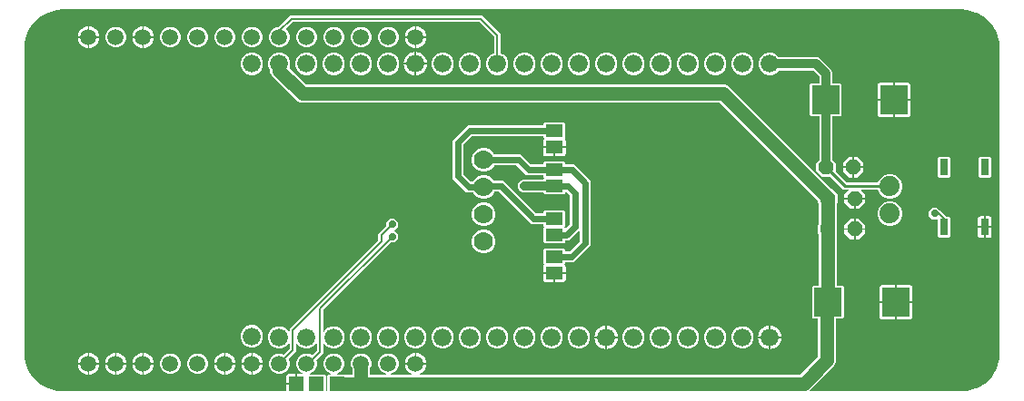
<source format=gbr>
G04 EAGLE Gerber RS-274X export*
G75*
%MOMM*%
%FSLAX34Y34*%
%LPD*%
%INTop Copper*%
%IPPOS*%
%AMOC8*
5,1,8,0,0,1.08239X$1,22.5*%
G01*
%ADD10C,1.778000*%
%ADD11C,1.879600*%
%ADD12R,2.550000X2.700000*%
%ADD13P,1.539592X8X22.500000*%
%ADD14R,1.600200X1.168400*%
%ADD15R,0.762000X1.524000*%
%ADD16C,1.676400*%
%ADD17C,1.508000*%
%ADD18R,1.400000X1.400000*%
%ADD19C,0.706400*%
%ADD20C,0.812800*%
%ADD21C,0.254000*%
%ADD22C,0.609600*%
%ADD23C,1.270000*%
%ADD24C,0.200000*%
%ADD25C,0.508000*%
%ADD26C,0.756400*%

G36*
X252797Y-22626D02*
X252797Y-22626D01*
X252848Y-22624D01*
X252880Y-22606D01*
X252916Y-22598D01*
X252955Y-22565D01*
X253000Y-22541D01*
X253021Y-22511D01*
X253049Y-22488D01*
X253070Y-22441D01*
X253100Y-22399D01*
X253108Y-22357D01*
X253120Y-22329D01*
X253119Y-22299D01*
X253127Y-22257D01*
X253127Y-16396D01*
X262287Y-16396D01*
X262337Y-16385D01*
X262388Y-16383D01*
X262420Y-16365D01*
X262456Y-16357D01*
X262495Y-16324D01*
X262540Y-16300D01*
X262561Y-16270D01*
X262589Y-16246D01*
X262610Y-16200D01*
X262640Y-16158D01*
X262648Y-16116D01*
X262660Y-16088D01*
X262659Y-16058D01*
X262667Y-16016D01*
X262667Y-15634D01*
X263049Y-15634D01*
X263099Y-15623D01*
X263150Y-15621D01*
X263182Y-15603D01*
X263218Y-15595D01*
X263257Y-15562D01*
X263302Y-15538D01*
X263323Y-15508D01*
X263351Y-15484D01*
X263372Y-15438D01*
X263402Y-15396D01*
X263410Y-15354D01*
X263422Y-15326D01*
X263421Y-15296D01*
X263429Y-15254D01*
X263429Y-6094D01*
X267755Y-6094D01*
X267768Y-6091D01*
X267781Y-6093D01*
X267852Y-6072D01*
X267924Y-6055D01*
X267934Y-6047D01*
X267946Y-6043D01*
X268000Y-5992D01*
X268057Y-5945D01*
X268063Y-5933D01*
X268072Y-5924D01*
X268098Y-5854D01*
X268128Y-5786D01*
X268128Y-5773D01*
X268132Y-5761D01*
X268125Y-5688D01*
X268122Y-5613D01*
X268116Y-5602D01*
X268114Y-5589D01*
X268074Y-5526D01*
X268039Y-5461D01*
X268028Y-5454D01*
X268021Y-5443D01*
X267901Y-5363D01*
X266700Y-4865D01*
X264016Y-2181D01*
X262563Y1325D01*
X262563Y5121D01*
X264016Y8627D01*
X266700Y11311D01*
X270206Y12764D01*
X274002Y12764D01*
X277323Y11388D01*
X277385Y11378D01*
X277446Y11360D01*
X277470Y11364D01*
X277494Y11360D01*
X277554Y11379D01*
X277617Y11390D01*
X277639Y11405D01*
X277659Y11411D01*
X277687Y11437D01*
X277737Y11471D01*
X281368Y15102D01*
X281408Y15166D01*
X281452Y15228D01*
X281454Y15240D01*
X281459Y15249D01*
X281463Y15286D01*
X281466Y15301D01*
X281472Y15315D01*
X281472Y15331D01*
X281479Y15370D01*
X281479Y22000D01*
X281476Y22013D01*
X281478Y22026D01*
X281457Y22097D01*
X281440Y22169D01*
X281432Y22179D01*
X281428Y22191D01*
X281377Y22245D01*
X281330Y22303D01*
X281318Y22308D01*
X281309Y22317D01*
X281239Y22343D01*
X281171Y22373D01*
X281159Y22373D01*
X281146Y22377D01*
X281073Y22370D01*
X280998Y22367D01*
X280987Y22361D01*
X280974Y22359D01*
X280911Y22320D01*
X280846Y22284D01*
X280839Y22273D01*
X280828Y22267D01*
X280748Y22146D01*
X280695Y22019D01*
X277775Y19098D01*
X273959Y17518D01*
X269828Y17518D01*
X266012Y19098D01*
X263091Y22019D01*
X262812Y22693D01*
X262805Y22703D01*
X262802Y22716D01*
X262754Y22773D01*
X262711Y22833D01*
X262700Y22839D01*
X262692Y22849D01*
X262624Y22880D01*
X262558Y22915D01*
X262545Y22915D01*
X262533Y22920D01*
X262459Y22917D01*
X262385Y22920D01*
X262373Y22914D01*
X262360Y22914D01*
X262295Y22878D01*
X262228Y22847D01*
X262219Y22837D01*
X262208Y22831D01*
X262165Y22770D01*
X262119Y22713D01*
X262116Y22700D01*
X262108Y22689D01*
X262081Y22547D01*
X262081Y14356D01*
X260212Y12487D01*
X255429Y7704D01*
X255395Y7650D01*
X255355Y7601D01*
X255350Y7577D01*
X255337Y7557D01*
X255331Y7494D01*
X255317Y7432D01*
X255323Y7405D01*
X255321Y7384D01*
X255334Y7349D01*
X255346Y7290D01*
X256245Y5121D01*
X256245Y1325D01*
X254792Y-2181D01*
X252108Y-4865D01*
X248602Y-6318D01*
X244806Y-6318D01*
X241300Y-4865D01*
X238616Y-2181D01*
X237163Y1325D01*
X237163Y5121D01*
X238616Y8627D01*
X241300Y11311D01*
X244806Y12764D01*
X248602Y12764D01*
X250771Y11865D01*
X250833Y11855D01*
X250894Y11837D01*
X250918Y11841D01*
X250942Y11837D01*
X251002Y11856D01*
X251065Y11867D01*
X251087Y11882D01*
X251107Y11888D01*
X251135Y11914D01*
X251185Y11948D01*
X255968Y16731D01*
X256008Y16795D01*
X256052Y16857D01*
X256054Y16869D01*
X256059Y16878D01*
X256063Y16915D01*
X256079Y16999D01*
X256079Y22000D01*
X256076Y22013D01*
X256078Y22026D01*
X256057Y22097D01*
X256040Y22169D01*
X256032Y22179D01*
X256028Y22191D01*
X255977Y22245D01*
X255930Y22303D01*
X255918Y22308D01*
X255909Y22317D01*
X255839Y22343D01*
X255771Y22373D01*
X255759Y22373D01*
X255746Y22377D01*
X255673Y22370D01*
X255598Y22367D01*
X255587Y22361D01*
X255574Y22359D01*
X255511Y22320D01*
X255446Y22284D01*
X255439Y22273D01*
X255428Y22267D01*
X255348Y22146D01*
X255295Y22019D01*
X252375Y19098D01*
X248559Y17518D01*
X244428Y17518D01*
X240612Y19098D01*
X237691Y22019D01*
X236111Y25835D01*
X236111Y29966D01*
X237691Y33782D01*
X240612Y36703D01*
X244428Y38283D01*
X248559Y38283D01*
X252375Y36703D01*
X255295Y33782D01*
X255348Y33655D01*
X255355Y33645D01*
X255358Y33632D01*
X255406Y33575D01*
X255449Y33515D01*
X255460Y33508D01*
X255468Y33498D01*
X255536Y33468D01*
X255602Y33433D01*
X255615Y33433D01*
X255627Y33427D01*
X255701Y33430D01*
X255775Y33428D01*
X255787Y33434D01*
X255800Y33434D01*
X255865Y33470D01*
X255932Y33501D01*
X255941Y33511D01*
X255952Y33517D01*
X255994Y33577D01*
X256041Y33635D01*
X256044Y33648D01*
X256052Y33659D01*
X256079Y33801D01*
X256079Y36110D01*
X338518Y118548D01*
X338531Y118570D01*
X338550Y118585D01*
X338570Y118630D01*
X338602Y118675D01*
X338604Y118687D01*
X338609Y118696D01*
X338612Y118724D01*
X338621Y118743D01*
X338620Y118768D01*
X338629Y118817D01*
X338629Y124433D01*
X346146Y131950D01*
X346186Y132014D01*
X346230Y132076D01*
X346232Y132088D01*
X346237Y132097D01*
X346241Y132134D01*
X346257Y132218D01*
X346257Y135642D01*
X349498Y138883D01*
X354082Y138883D01*
X357323Y135642D01*
X357323Y131058D01*
X354168Y127904D01*
X354141Y127861D01*
X354107Y127823D01*
X354096Y127788D01*
X354077Y127757D01*
X354072Y127706D01*
X354058Y127657D01*
X354064Y127621D01*
X354060Y127584D01*
X354079Y127537D01*
X354087Y127486D01*
X354111Y127451D01*
X354122Y127422D01*
X354144Y127401D01*
X354168Y127366D01*
X357323Y124212D01*
X357323Y119628D01*
X354082Y116387D01*
X350658Y116387D01*
X350584Y116370D01*
X350510Y116357D01*
X350500Y116350D01*
X350490Y116348D01*
X350461Y116324D01*
X350390Y116276D01*
X287592Y53478D01*
X287552Y53414D01*
X287508Y53352D01*
X287506Y53340D01*
X287501Y53331D01*
X287497Y53294D01*
X287481Y53210D01*
X287481Y33254D01*
X287484Y33241D01*
X287482Y33228D01*
X287493Y33191D01*
X287494Y33159D01*
X287510Y33131D01*
X287520Y33085D01*
X287528Y33075D01*
X287532Y33063D01*
X287566Y33027D01*
X287577Y33007D01*
X287596Y32993D01*
X287630Y32952D01*
X287642Y32946D01*
X287651Y32937D01*
X287704Y32917D01*
X287719Y32907D01*
X287739Y32903D01*
X287789Y32881D01*
X287801Y32881D01*
X287814Y32877D01*
X287853Y32881D01*
X287861Y32879D01*
X287863Y32879D01*
X287884Y32884D01*
X287888Y32884D01*
X287962Y32887D01*
X287973Y32893D01*
X287986Y32895D01*
X288019Y32916D01*
X288032Y32919D01*
X288056Y32939D01*
X288114Y32970D01*
X288121Y32981D01*
X288132Y32988D01*
X288153Y33018D01*
X288166Y33029D01*
X288178Y33057D01*
X288212Y33108D01*
X288491Y33782D01*
X291412Y36703D01*
X295228Y38283D01*
X299359Y38283D01*
X303175Y36703D01*
X306095Y33782D01*
X307676Y29966D01*
X307676Y25835D01*
X306095Y22019D01*
X303175Y19098D01*
X299359Y17518D01*
X295228Y17518D01*
X291412Y19098D01*
X288491Y22019D01*
X288212Y22692D01*
X288205Y22703D01*
X288202Y22716D01*
X288155Y22773D01*
X288111Y22833D01*
X288100Y22839D01*
X288092Y22849D01*
X288024Y22880D01*
X287958Y22915D01*
X287945Y22915D01*
X287933Y22920D01*
X287859Y22917D01*
X287785Y22920D01*
X287773Y22914D01*
X287760Y22914D01*
X287695Y22878D01*
X287628Y22847D01*
X287619Y22837D01*
X287608Y22831D01*
X287566Y22770D01*
X287519Y22713D01*
X287516Y22700D01*
X287508Y22689D01*
X287481Y22547D01*
X287481Y12727D01*
X281306Y6552D01*
X281272Y6498D01*
X281232Y6449D01*
X281227Y6425D01*
X281215Y6405D01*
X281208Y6342D01*
X281195Y6280D01*
X281200Y6253D01*
X281198Y6233D01*
X281211Y6197D01*
X281217Y6171D01*
X281217Y6161D01*
X281220Y6156D01*
X281223Y6138D01*
X281645Y5121D01*
X281645Y1325D01*
X280192Y-2181D01*
X277508Y-4865D01*
X275004Y-5903D01*
X274993Y-5910D01*
X274981Y-5913D01*
X274923Y-5960D01*
X274863Y-6004D01*
X274857Y-6015D01*
X274847Y-6023D01*
X274817Y-6091D01*
X274782Y-6157D01*
X274781Y-6170D01*
X274776Y-6182D01*
X274779Y-6256D01*
X274777Y-6330D01*
X274782Y-6342D01*
X274783Y-6355D01*
X274818Y-6420D01*
X274849Y-6487D01*
X274859Y-6496D01*
X274865Y-6507D01*
X274926Y-6550D01*
X274984Y-6596D01*
X274996Y-6599D01*
X275007Y-6607D01*
X275149Y-6634D01*
X289259Y-6634D01*
X290431Y-7806D01*
X290431Y-22257D01*
X290442Y-22307D01*
X290444Y-22358D01*
X290462Y-22390D01*
X290470Y-22426D01*
X290503Y-22465D01*
X290527Y-22510D01*
X290557Y-22531D01*
X290580Y-22559D01*
X290627Y-22580D01*
X290669Y-22610D01*
X290711Y-22618D01*
X290739Y-22630D01*
X290769Y-22629D01*
X290811Y-22637D01*
X290861Y-22626D01*
X290912Y-22624D01*
X290944Y-22606D01*
X290980Y-22598D01*
X291019Y-22565D01*
X291064Y-22541D01*
X291085Y-22511D01*
X291113Y-22488D01*
X291134Y-22441D01*
X291164Y-22399D01*
X291172Y-22357D01*
X291184Y-22329D01*
X291183Y-22299D01*
X291191Y-22257D01*
X291191Y-7806D01*
X292363Y-6634D01*
X294459Y-6634D01*
X294471Y-6631D01*
X294484Y-6633D01*
X294555Y-6612D01*
X294627Y-6595D01*
X294638Y-6587D01*
X294650Y-6583D01*
X294704Y-6532D01*
X294761Y-6485D01*
X294766Y-6473D01*
X294776Y-6464D01*
X294802Y-6394D01*
X294832Y-6326D01*
X294832Y-6313D01*
X294836Y-6301D01*
X294828Y-6228D01*
X294825Y-6153D01*
X294819Y-6142D01*
X294818Y-6129D01*
X294778Y-6066D01*
X294743Y-6001D01*
X294732Y-5994D01*
X294725Y-5983D01*
X294604Y-5903D01*
X292100Y-4865D01*
X289416Y-2181D01*
X287963Y1325D01*
X287963Y5121D01*
X289416Y8627D01*
X292100Y11311D01*
X295606Y12764D01*
X299402Y12764D01*
X302908Y11311D01*
X305592Y8627D01*
X307045Y5121D01*
X307045Y1325D01*
X305592Y-2181D01*
X302908Y-4865D01*
X300404Y-5903D01*
X300393Y-5910D01*
X300381Y-5913D01*
X300323Y-5960D01*
X300263Y-6004D01*
X300257Y-6015D01*
X300247Y-6023D01*
X300217Y-6091D01*
X300182Y-6157D01*
X300181Y-6170D01*
X300176Y-6182D01*
X300179Y-6256D01*
X300177Y-6330D01*
X300182Y-6342D01*
X300183Y-6355D01*
X300218Y-6420D01*
X300249Y-6487D01*
X300259Y-6496D01*
X300265Y-6507D01*
X300326Y-6550D01*
X300384Y-6596D01*
X300396Y-6599D01*
X300407Y-6607D01*
X300549Y-6634D01*
X308021Y-6634D01*
X308164Y-6778D01*
X308229Y-6818D01*
X308291Y-6862D01*
X308303Y-6864D01*
X308312Y-6869D01*
X308349Y-6873D01*
X308433Y-6889D01*
X314173Y-6889D01*
X314223Y-6878D01*
X314274Y-6876D01*
X314306Y-6858D01*
X314342Y-6850D01*
X314381Y-6817D01*
X314426Y-6793D01*
X314447Y-6763D01*
X314475Y-6740D01*
X314496Y-6693D01*
X314526Y-6651D01*
X314534Y-6609D01*
X314546Y-6581D01*
X314545Y-6551D01*
X314553Y-6509D01*
X314553Y-1623D01*
X314553Y-1622D01*
X314553Y-1620D01*
X314524Y-1478D01*
X313363Y1325D01*
X313363Y5121D01*
X314816Y8627D01*
X317500Y11311D01*
X321006Y12764D01*
X324802Y12764D01*
X328308Y11311D01*
X330992Y8627D01*
X332445Y5121D01*
X332445Y1325D01*
X331284Y-1478D01*
X331283Y-1480D01*
X331282Y-1481D01*
X331255Y-1623D01*
X331255Y-6509D01*
X331266Y-6559D01*
X331268Y-6610D01*
X331286Y-6642D01*
X331294Y-6678D01*
X331327Y-6717D01*
X331351Y-6762D01*
X331381Y-6783D01*
X331404Y-6811D01*
X331451Y-6832D01*
X331493Y-6862D01*
X331535Y-6870D01*
X331563Y-6882D01*
X331593Y-6881D01*
X331635Y-6889D01*
X345874Y-6889D01*
X345887Y-6886D01*
X345900Y-6888D01*
X345971Y-6867D01*
X346043Y-6850D01*
X346053Y-6842D01*
X346066Y-6838D01*
X346120Y-6787D01*
X346177Y-6740D01*
X346182Y-6728D01*
X346192Y-6719D01*
X346217Y-6649D01*
X346248Y-6581D01*
X346247Y-6568D01*
X346252Y-6556D01*
X346244Y-6483D01*
X346241Y-6408D01*
X346235Y-6397D01*
X346234Y-6384D01*
X346194Y-6321D01*
X346158Y-6256D01*
X346148Y-6249D01*
X346141Y-6238D01*
X346020Y-6158D01*
X342900Y-4865D01*
X340216Y-2181D01*
X338763Y1325D01*
X338763Y5121D01*
X340216Y8627D01*
X342900Y11311D01*
X346406Y12764D01*
X350202Y12764D01*
X353708Y11311D01*
X356392Y8627D01*
X357845Y5121D01*
X357845Y1325D01*
X356392Y-2181D01*
X353708Y-4865D01*
X350588Y-6158D01*
X350578Y-6165D01*
X350565Y-6168D01*
X350508Y-6215D01*
X350447Y-6259D01*
X350441Y-6270D01*
X350431Y-6278D01*
X350401Y-6346D01*
X350366Y-6412D01*
X350366Y-6425D01*
X350360Y-6437D01*
X350363Y-6511D01*
X350361Y-6585D01*
X350366Y-6597D01*
X350367Y-6610D01*
X350402Y-6675D01*
X350433Y-6742D01*
X350443Y-6751D01*
X350450Y-6762D01*
X350510Y-6805D01*
X350568Y-6851D01*
X350581Y-6854D01*
X350591Y-6862D01*
X350734Y-6889D01*
X369804Y-6889D01*
X369831Y-6883D01*
X369859Y-6885D01*
X369914Y-6863D01*
X369972Y-6850D01*
X369994Y-6832D01*
X370020Y-6822D01*
X370060Y-6778D01*
X370106Y-6740D01*
X370118Y-6714D01*
X370136Y-6693D01*
X370153Y-6636D01*
X370177Y-6581D01*
X370176Y-6553D01*
X370184Y-6526D01*
X370173Y-6468D01*
X370170Y-6408D01*
X370157Y-6384D01*
X370152Y-6356D01*
X370116Y-6309D01*
X370088Y-6256D01*
X370065Y-6240D01*
X370048Y-6218D01*
X369977Y-6179D01*
X369946Y-6156D01*
X369933Y-6154D01*
X369921Y-6147D01*
X369834Y-6119D01*
X368420Y-5399D01*
X367137Y-4466D01*
X366015Y-3344D01*
X365082Y-2061D01*
X364362Y-647D01*
X363872Y862D01*
X363623Y2430D01*
X363623Y2462D01*
X373323Y2462D01*
X373373Y2473D01*
X373424Y2475D01*
X373456Y2493D01*
X373492Y2501D01*
X373531Y2534D01*
X373576Y2558D01*
X373597Y2588D01*
X373625Y2611D01*
X373646Y2658D01*
X373675Y2700D01*
X373684Y2742D01*
X373696Y2770D01*
X373695Y2800D01*
X373703Y2842D01*
X373703Y3224D01*
X373705Y3224D01*
X373705Y2842D01*
X373717Y2792D01*
X373718Y2741D01*
X373736Y2709D01*
X373744Y2673D01*
X373777Y2634D01*
X373801Y2589D01*
X373831Y2568D01*
X373855Y2540D01*
X373901Y2519D01*
X373943Y2489D01*
X373985Y2481D01*
X374013Y2469D01*
X374043Y2470D01*
X374085Y2462D01*
X383785Y2462D01*
X383785Y2430D01*
X383536Y862D01*
X383046Y-647D01*
X382326Y-2061D01*
X381393Y-3344D01*
X380271Y-4466D01*
X378988Y-5399D01*
X377574Y-6119D01*
X377487Y-6147D01*
X377463Y-6162D01*
X377436Y-6168D01*
X377390Y-6206D01*
X377339Y-6237D01*
X377324Y-6261D01*
X377302Y-6278D01*
X377278Y-6333D01*
X377246Y-6383D01*
X377243Y-6411D01*
X377231Y-6437D01*
X377233Y-6496D01*
X377227Y-6555D01*
X377237Y-6582D01*
X377238Y-6610D01*
X377266Y-6662D01*
X377287Y-6718D01*
X377307Y-6737D01*
X377320Y-6762D01*
X377369Y-6796D01*
X377412Y-6837D01*
X377439Y-6846D01*
X377462Y-6862D01*
X377541Y-6877D01*
X377578Y-6888D01*
X377591Y-6887D01*
X377604Y-6889D01*
X731714Y-6889D01*
X731788Y-6872D01*
X731862Y-6859D01*
X731872Y-6852D01*
X731882Y-6850D01*
X731911Y-6826D01*
X731982Y-6778D01*
X748458Y9698D01*
X748498Y9762D01*
X748542Y9824D01*
X748544Y9836D01*
X748549Y9845D01*
X748553Y9882D01*
X748569Y9966D01*
X748569Y44906D01*
X748558Y44956D01*
X748556Y45007D01*
X748538Y45039D01*
X748530Y45075D01*
X748497Y45114D01*
X748473Y45159D01*
X748443Y45180D01*
X748420Y45208D01*
X748373Y45229D01*
X748331Y45259D01*
X748289Y45267D01*
X748261Y45279D01*
X748231Y45278D01*
X748189Y45286D01*
X744458Y45286D01*
X743286Y46458D01*
X743286Y75116D01*
X744458Y76288D01*
X748721Y76288D01*
X748771Y76299D01*
X748822Y76301D01*
X748854Y76319D01*
X748890Y76327D01*
X748929Y76360D01*
X748974Y76384D01*
X748995Y76414D01*
X749023Y76437D01*
X749044Y76484D01*
X749074Y76526D01*
X749082Y76568D01*
X749094Y76596D01*
X749093Y76626D01*
X749101Y76668D01*
X749101Y124204D01*
X749084Y124278D01*
X749071Y124353D01*
X749064Y124363D01*
X749062Y124373D01*
X749038Y124401D01*
X748990Y124473D01*
X748339Y125123D01*
X748339Y132673D01*
X748990Y133323D01*
X749030Y133388D01*
X749074Y133450D01*
X749076Y133462D01*
X749081Y133470D01*
X749085Y133507D01*
X749101Y133592D01*
X749101Y152937D01*
X749084Y153011D01*
X749071Y153086D01*
X749064Y153096D01*
X749062Y153106D01*
X749038Y153134D01*
X748990Y153206D01*
X748490Y153705D01*
X748490Y155213D01*
X748473Y155287D01*
X748460Y155361D01*
X748453Y155371D01*
X748451Y155381D01*
X748427Y155410D01*
X748379Y155481D01*
X657052Y246808D01*
X656988Y246848D01*
X656926Y246892D01*
X656914Y246894D01*
X656905Y246899D01*
X656868Y246903D01*
X656784Y246919D01*
X266309Y246919D01*
X263240Y248191D01*
X239414Y272016D01*
X238143Y275086D01*
X238143Y276618D01*
X238129Y276674D01*
X238128Y276720D01*
X238117Y276740D01*
X238112Y276767D01*
X238105Y276777D01*
X238103Y276787D01*
X238079Y276816D01*
X238061Y276843D01*
X238045Y276872D01*
X238038Y276878D01*
X238031Y276887D01*
X237691Y277227D01*
X236111Y281043D01*
X236111Y285174D01*
X237691Y288990D01*
X240612Y291911D01*
X244428Y293491D01*
X248559Y293491D01*
X252375Y291911D01*
X255295Y288990D01*
X256876Y285174D01*
X256876Y281043D01*
X256133Y279249D01*
X256122Y279186D01*
X256104Y279125D01*
X256109Y279102D01*
X256105Y279078D01*
X256123Y279017D01*
X256134Y278955D01*
X256149Y278932D01*
X256155Y278912D01*
X256181Y278885D01*
X256215Y278835D01*
X271318Y263732D01*
X271382Y263692D01*
X271444Y263648D01*
X271456Y263646D01*
X271465Y263641D01*
X271502Y263637D01*
X271586Y263621D01*
X662061Y263621D01*
X665130Y262349D01*
X760776Y166704D01*
X760840Y166664D01*
X760902Y166620D01*
X760914Y166618D01*
X760923Y166613D01*
X760960Y166609D01*
X761044Y166593D01*
X761378Y166593D01*
X766716Y161255D01*
X766716Y153705D01*
X765914Y152904D01*
X765906Y152890D01*
X765904Y152889D01*
X765901Y152883D01*
X765874Y152839D01*
X765830Y152777D01*
X765828Y152765D01*
X765823Y152757D01*
X765819Y152720D01*
X765803Y152635D01*
X765803Y133592D01*
X765820Y133518D01*
X765833Y133443D01*
X765840Y133433D01*
X765842Y133423D01*
X765866Y133395D01*
X765914Y133323D01*
X766565Y132673D01*
X766565Y125123D01*
X765914Y124473D01*
X765874Y124408D01*
X765830Y124346D01*
X765828Y124334D01*
X765823Y124326D01*
X765819Y124289D01*
X765803Y124204D01*
X765803Y76668D01*
X765814Y76618D01*
X765816Y76567D01*
X765834Y76535D01*
X765842Y76499D01*
X765875Y76460D01*
X765899Y76415D01*
X765929Y76394D01*
X765952Y76366D01*
X765999Y76345D01*
X766041Y76315D01*
X766083Y76307D01*
X766111Y76295D01*
X766141Y76296D01*
X766183Y76288D01*
X771616Y76288D01*
X772788Y75116D01*
X772788Y46458D01*
X771616Y45286D01*
X765651Y45286D01*
X765601Y45275D01*
X765550Y45273D01*
X765518Y45255D01*
X765482Y45247D01*
X765443Y45214D01*
X765398Y45190D01*
X765377Y45160D01*
X765349Y45137D01*
X765328Y45090D01*
X765298Y45048D01*
X765290Y45006D01*
X765278Y44978D01*
X765279Y44948D01*
X765271Y44906D01*
X765271Y4689D01*
X763999Y1620D01*
X761597Y-783D01*
X742463Y-19917D01*
X740392Y-21988D01*
X740378Y-22010D01*
X740358Y-22026D01*
X740333Y-22083D01*
X740300Y-22135D01*
X740298Y-22161D01*
X740287Y-22185D01*
X740289Y-22246D01*
X740284Y-22308D01*
X740293Y-22332D01*
X740294Y-22358D01*
X740323Y-22412D01*
X740345Y-22470D01*
X740364Y-22487D01*
X740376Y-22510D01*
X740427Y-22545D01*
X740472Y-22587D01*
X740497Y-22595D01*
X740518Y-22610D01*
X740603Y-22626D01*
X740638Y-22637D01*
X740648Y-22635D01*
X740660Y-22637D01*
X882650Y-22637D01*
X882661Y-22635D01*
X882675Y-22636D01*
X887238Y-22337D01*
X887268Y-22328D01*
X887311Y-22325D01*
X896126Y-19963D01*
X896159Y-19946D01*
X896164Y-19944D01*
X896198Y-19936D01*
X896205Y-19930D01*
X896218Y-19925D01*
X904121Y-15363D01*
X904148Y-15337D01*
X904199Y-15302D01*
X910652Y-8849D01*
X910672Y-8817D01*
X910677Y-8812D01*
X910693Y-8799D01*
X910698Y-8788D01*
X910713Y-8771D01*
X915275Y-868D01*
X915286Y-831D01*
X915313Y-776D01*
X917675Y8039D01*
X917676Y8070D01*
X917680Y8084D01*
X917683Y8091D01*
X917683Y8095D01*
X917687Y8112D01*
X917986Y12675D01*
X917985Y12686D01*
X917987Y12700D01*
X917987Y298450D01*
X917985Y298461D01*
X917986Y298475D01*
X917687Y303038D01*
X917678Y303068D01*
X917675Y303111D01*
X915313Y311926D01*
X915296Y311959D01*
X915275Y312018D01*
X910713Y319921D01*
X910687Y319948D01*
X910652Y319999D01*
X904199Y326452D01*
X904167Y326472D01*
X904121Y326513D01*
X896218Y331075D01*
X896181Y331086D01*
X896126Y331113D01*
X887311Y333475D01*
X887280Y333476D01*
X887238Y333487D01*
X882675Y333786D01*
X882664Y333785D01*
X882650Y333787D01*
X44450Y333787D01*
X44439Y333785D01*
X44425Y333786D01*
X39862Y333487D01*
X39832Y333478D01*
X39789Y333475D01*
X30974Y331113D01*
X30941Y331096D01*
X30882Y331075D01*
X22979Y326513D01*
X22952Y326487D01*
X22901Y326452D01*
X16448Y319999D01*
X16428Y319967D01*
X16387Y319921D01*
X11825Y312018D01*
X11814Y311981D01*
X11787Y311926D01*
X9425Y303111D01*
X9424Y303080D01*
X9413Y303038D01*
X9114Y298475D01*
X9115Y298464D01*
X9113Y298450D01*
X9113Y12700D01*
X9115Y12689D01*
X9114Y12675D01*
X9413Y8112D01*
X9422Y8082D01*
X9425Y8039D01*
X10234Y5020D01*
X11787Y-776D01*
X11804Y-809D01*
X11825Y-868D01*
X16387Y-8771D01*
X16413Y-8798D01*
X16426Y-8821D01*
X16431Y-8825D01*
X16448Y-8849D01*
X22901Y-15302D01*
X22933Y-15322D01*
X22979Y-15363D01*
X30882Y-19925D01*
X30908Y-19933D01*
X30929Y-19948D01*
X30951Y-19952D01*
X30974Y-19963D01*
X39789Y-22325D01*
X39820Y-22326D01*
X39862Y-22337D01*
X44425Y-22636D01*
X44436Y-22635D01*
X44450Y-22637D01*
X252747Y-22637D01*
X252797Y-22626D01*
G37*
%LPC*%
G36*
X502971Y87763D02*
X502971Y87763D01*
X502971Y88145D01*
X502960Y88195D01*
X502958Y88246D01*
X502940Y88278D01*
X502932Y88314D01*
X502899Y88353D01*
X502875Y88398D01*
X502845Y88419D01*
X502821Y88447D01*
X502775Y88468D01*
X502733Y88498D01*
X502691Y88506D01*
X502663Y88518D01*
X502633Y88517D01*
X502591Y88525D01*
X492430Y88525D01*
X492430Y93941D01*
X492603Y94587D01*
X492938Y95166D01*
X493269Y95497D01*
X493296Y95540D01*
X493330Y95578D01*
X493341Y95613D01*
X493360Y95644D01*
X493365Y95695D01*
X493380Y95744D01*
X493373Y95780D01*
X493377Y95817D01*
X493359Y95864D01*
X493350Y95915D01*
X493326Y95950D01*
X493315Y95979D01*
X493293Y95999D01*
X493269Y96035D01*
X492970Y96333D01*
X492970Y109675D01*
X494142Y110847D01*
X511802Y110847D01*
X512974Y109675D01*
X512974Y108433D01*
X512985Y108383D01*
X512987Y108332D01*
X513005Y108300D01*
X513013Y108264D01*
X513046Y108225D01*
X513070Y108180D01*
X513100Y108159D01*
X513123Y108131D01*
X513170Y108110D01*
X513212Y108080D01*
X513254Y108072D01*
X513282Y108060D01*
X513312Y108061D01*
X513354Y108053D01*
X516646Y108053D01*
X516720Y108070D01*
X516795Y108083D01*
X516805Y108090D01*
X516815Y108092D01*
X516844Y108116D01*
X516915Y108164D01*
X526430Y117679D01*
X526470Y117743D01*
X526514Y117806D01*
X526516Y117818D01*
X526521Y117826D01*
X526525Y117863D01*
X526541Y117948D01*
X526541Y127608D01*
X526535Y127633D01*
X526538Y127659D01*
X526516Y127717D01*
X526502Y127777D01*
X526485Y127797D01*
X526476Y127821D01*
X526431Y127863D01*
X526392Y127911D01*
X526368Y127921D01*
X526349Y127939D01*
X526290Y127956D01*
X526233Y127982D01*
X526208Y127981D01*
X526183Y127988D01*
X526122Y127977D01*
X526060Y127975D01*
X526038Y127963D01*
X526012Y127958D01*
X525941Y127910D01*
X525908Y127892D01*
X525902Y127884D01*
X525892Y127877D01*
X524189Y126174D01*
X516290Y118275D01*
X513354Y118275D01*
X513304Y118264D01*
X513253Y118262D01*
X513221Y118244D01*
X513185Y118236D01*
X513146Y118203D01*
X513101Y118179D01*
X513080Y118149D01*
X513052Y118126D01*
X513031Y118079D01*
X513001Y118037D01*
X512993Y117995D01*
X512981Y117967D01*
X512982Y117937D01*
X512974Y117895D01*
X512974Y116653D01*
X511802Y115481D01*
X494142Y115481D01*
X492970Y116653D01*
X492970Y129995D01*
X493651Y130675D01*
X493678Y130718D01*
X493712Y130756D01*
X493723Y130791D01*
X493742Y130822D01*
X493747Y130873D01*
X493761Y130922D01*
X493755Y130958D01*
X493759Y130995D01*
X493740Y131042D01*
X493732Y131093D01*
X493708Y131128D01*
X493697Y131157D01*
X493675Y131178D01*
X493651Y131213D01*
X492970Y131893D01*
X492970Y133135D01*
X492959Y133185D01*
X492957Y133236D01*
X492939Y133268D01*
X492931Y133304D01*
X492898Y133343D01*
X492874Y133388D01*
X492844Y133409D01*
X492821Y133437D01*
X492774Y133458D01*
X492732Y133488D01*
X492690Y133496D01*
X492662Y133508D01*
X492632Y133507D01*
X492590Y133515D01*
X481618Y133515D01*
X451435Y163698D01*
X451371Y163738D01*
X451308Y163782D01*
X451296Y163784D01*
X451288Y163789D01*
X451251Y163793D01*
X451166Y163809D01*
X447424Y163809D01*
X447362Y163795D01*
X447299Y163788D01*
X447279Y163775D01*
X447255Y163770D01*
X447206Y163729D01*
X447153Y163695D01*
X447138Y163673D01*
X447122Y163660D01*
X447106Y163625D01*
X447073Y163575D01*
X446351Y161833D01*
X443288Y158769D01*
X439285Y157111D01*
X434952Y157111D01*
X430950Y158769D01*
X427886Y161833D01*
X427519Y162719D01*
X427482Y162770D01*
X427452Y162826D01*
X427432Y162840D01*
X427418Y162859D01*
X427362Y162889D01*
X427310Y162926D01*
X427284Y162931D01*
X427265Y162941D01*
X427227Y162942D01*
X427168Y162953D01*
X420910Y162953D01*
X417841Y166022D01*
X410784Y173079D01*
X407715Y176148D01*
X407715Y211600D01*
X422144Y226029D01*
X492590Y226029D01*
X492640Y226040D01*
X492691Y226042D01*
X492723Y226060D01*
X492759Y226068D01*
X492798Y226101D01*
X492843Y226125D01*
X492864Y226155D01*
X492892Y226178D01*
X492913Y226225D01*
X492943Y226267D01*
X492951Y226309D01*
X492963Y226337D01*
X492963Y226353D01*
X492963Y226354D01*
X492963Y226370D01*
X492970Y226409D01*
X492970Y227209D01*
X494142Y228381D01*
X511802Y228381D01*
X512974Y227209D01*
X512974Y213867D01*
X512675Y213569D01*
X512648Y213525D01*
X512614Y213488D01*
X512603Y213453D01*
X512584Y213421D01*
X512579Y213371D01*
X512564Y213322D01*
X512571Y213286D01*
X512567Y213249D01*
X512585Y213201D01*
X512594Y213151D01*
X512618Y213116D01*
X512629Y213087D01*
X512651Y213066D01*
X512675Y213031D01*
X513006Y212700D01*
X513341Y212121D01*
X513514Y211475D01*
X513514Y206059D01*
X503353Y206059D01*
X503303Y206048D01*
X503252Y206046D01*
X503220Y206028D01*
X503184Y206020D01*
X503145Y205987D01*
X503100Y205963D01*
X503079Y205933D01*
X503051Y205909D01*
X503030Y205863D01*
X503000Y205821D01*
X502992Y205779D01*
X502980Y205751D01*
X502981Y205721D01*
X502973Y205679D01*
X502973Y205297D01*
X502971Y205297D01*
X502971Y205679D01*
X502960Y205729D01*
X502958Y205780D01*
X502940Y205812D01*
X502932Y205848D01*
X502899Y205887D01*
X502875Y205932D01*
X502845Y205953D01*
X502821Y205981D01*
X502775Y206002D01*
X502733Y206032D01*
X502691Y206040D01*
X502663Y206052D01*
X502633Y206051D01*
X502591Y206059D01*
X492430Y206059D01*
X492430Y211475D01*
X492603Y212121D01*
X492938Y212700D01*
X493269Y213031D01*
X493296Y213074D01*
X493330Y213112D01*
X493341Y213147D01*
X493360Y213178D01*
X493365Y213229D01*
X493380Y213278D01*
X493373Y213314D01*
X493377Y213351D01*
X493359Y213398D01*
X493350Y213449D01*
X493326Y213484D01*
X493315Y213513D01*
X493293Y213533D01*
X493269Y213569D01*
X492970Y213867D01*
X492970Y215551D01*
X492959Y215601D01*
X492957Y215652D01*
X492939Y215684D01*
X492931Y215720D01*
X492898Y215759D01*
X492874Y215804D01*
X492844Y215825D01*
X492821Y215853D01*
X492774Y215874D01*
X492732Y215904D01*
X492690Y215912D01*
X492662Y215924D01*
X492632Y215923D01*
X492590Y215931D01*
X426484Y215931D01*
X426410Y215914D01*
X426335Y215901D01*
X426325Y215894D01*
X426315Y215892D01*
X426286Y215868D01*
X426215Y215820D01*
X417924Y207529D01*
X417884Y207465D01*
X417840Y207402D01*
X417838Y207390D01*
X417833Y207382D01*
X417829Y207345D01*
X417813Y207260D01*
X417813Y180488D01*
X417830Y180414D01*
X417843Y180339D01*
X417850Y180329D01*
X417852Y180319D01*
X417876Y180290D01*
X417924Y180219D01*
X424981Y173162D01*
X425045Y173122D01*
X425107Y173078D01*
X425120Y173076D01*
X425128Y173071D01*
X425165Y173067D01*
X425250Y173051D01*
X427168Y173051D01*
X427230Y173065D01*
X427293Y173072D01*
X427313Y173085D01*
X427337Y173090D01*
X427386Y173131D01*
X427439Y173165D01*
X427454Y173187D01*
X427470Y173200D01*
X427486Y173235D01*
X427519Y173286D01*
X427886Y174171D01*
X430950Y177235D01*
X434952Y178893D01*
X439285Y178893D01*
X443288Y177235D01*
X446351Y174171D01*
X446364Y174141D01*
X446401Y174090D01*
X446431Y174034D01*
X446451Y174020D01*
X446465Y174001D01*
X446521Y173971D01*
X446573Y173934D01*
X446599Y173929D01*
X446618Y173919D01*
X446655Y173918D01*
X446715Y173907D01*
X455506Y173907D01*
X485689Y143724D01*
X485753Y143684D01*
X485816Y143640D01*
X485828Y143638D01*
X485836Y143633D01*
X485873Y143629D01*
X485958Y143613D01*
X492590Y143613D01*
X492640Y143624D01*
X492691Y143626D01*
X492723Y143644D01*
X492759Y143652D01*
X492798Y143685D01*
X492843Y143709D01*
X492864Y143739D01*
X492892Y143762D01*
X492913Y143809D01*
X492943Y143851D01*
X492951Y143893D01*
X492963Y143921D01*
X492962Y143951D01*
X492970Y143993D01*
X492970Y145235D01*
X494142Y146407D01*
X511802Y146407D01*
X512974Y145235D01*
X512974Y131893D01*
X512293Y131213D01*
X512266Y131170D01*
X512232Y131132D01*
X512221Y131097D01*
X512202Y131066D01*
X512197Y131015D01*
X512183Y130966D01*
X512189Y130930D01*
X512185Y130893D01*
X512204Y130846D01*
X512212Y130795D01*
X512236Y130760D01*
X512247Y130731D01*
X512269Y130710D01*
X512293Y130675D01*
X513083Y129886D01*
X513126Y129859D01*
X513164Y129824D01*
X513199Y129814D01*
X513230Y129794D01*
X513281Y129789D01*
X513330Y129775D01*
X513366Y129781D01*
X513403Y129778D01*
X513450Y129796D01*
X513500Y129805D01*
X513536Y129828D01*
X513564Y129839D01*
X513585Y129862D01*
X513621Y129886D01*
X517049Y133314D01*
X517089Y133378D01*
X517133Y133441D01*
X517135Y133453D01*
X517140Y133461D01*
X517144Y133498D01*
X517160Y133583D01*
X517160Y160355D01*
X517143Y160429D01*
X517130Y160504D01*
X517123Y160514D01*
X517121Y160524D01*
X517097Y160553D01*
X517049Y160624D01*
X513896Y163777D01*
X513832Y163817D01*
X513769Y163861D01*
X513757Y163863D01*
X513749Y163868D01*
X513712Y163872D01*
X513627Y163888D01*
X513354Y163888D01*
X513304Y163877D01*
X513253Y163875D01*
X513221Y163857D01*
X513185Y163849D01*
X513146Y163816D01*
X513101Y163792D01*
X513080Y163762D01*
X513052Y163739D01*
X513031Y163692D01*
X513001Y163650D01*
X512993Y163608D01*
X512981Y163580D01*
X512982Y163550D01*
X512974Y163508D01*
X512974Y162266D01*
X511802Y161094D01*
X494142Y161094D01*
X492970Y162266D01*
X492970Y162492D01*
X492959Y162542D01*
X492957Y162593D01*
X492939Y162625D01*
X492931Y162661D01*
X492898Y162700D01*
X492874Y162745D01*
X492844Y162766D01*
X492821Y162794D01*
X492774Y162815D01*
X492732Y162845D01*
X492690Y162853D01*
X492662Y162865D01*
X492632Y162864D01*
X492590Y162872D01*
X476777Y162872D01*
X476775Y162872D01*
X476773Y162872D01*
X476631Y162843D01*
X476510Y162793D01*
X474098Y162793D01*
X471869Y163717D01*
X470163Y165423D01*
X469239Y167652D01*
X469239Y170064D01*
X470163Y172293D01*
X471948Y174078D01*
X474177Y175002D01*
X492590Y175002D01*
X492640Y175013D01*
X492691Y175015D01*
X492723Y175033D01*
X492759Y175041D01*
X492798Y175074D01*
X492843Y175098D01*
X492864Y175128D01*
X492892Y175151D01*
X492913Y175198D01*
X492943Y175240D01*
X492951Y175282D01*
X492963Y175310D01*
X492962Y175340D01*
X492970Y175382D01*
X492970Y175608D01*
X493651Y176288D01*
X493678Y176331D01*
X493712Y176369D01*
X493723Y176404D01*
X493742Y176435D01*
X493747Y176486D01*
X493761Y176535D01*
X493755Y176571D01*
X493759Y176608D01*
X493740Y176655D01*
X493732Y176706D01*
X493708Y176741D01*
X493697Y176770D01*
X493675Y176791D01*
X493651Y176826D01*
X492970Y177506D01*
X492970Y178748D01*
X492959Y178798D01*
X492957Y178849D01*
X492939Y178881D01*
X492931Y178917D01*
X492898Y178956D01*
X492874Y179001D01*
X492844Y179022D01*
X492821Y179050D01*
X492774Y179071D01*
X492732Y179101D01*
X492690Y179109D01*
X492662Y179121D01*
X492632Y179120D01*
X492590Y179128D01*
X476656Y179128D01*
X467542Y188242D01*
X467477Y188282D01*
X467415Y188326D01*
X467403Y188328D01*
X467395Y188333D01*
X467358Y188337D01*
X467273Y188353D01*
X447070Y188353D01*
X447008Y188339D01*
X446945Y188332D01*
X446924Y188319D01*
X446901Y188314D01*
X446852Y188273D01*
X446798Y188239D01*
X446783Y188217D01*
X446767Y188204D01*
X446752Y188169D01*
X446718Y188119D01*
X446351Y187233D01*
X443288Y184169D01*
X439285Y182511D01*
X434952Y182511D01*
X430950Y184169D01*
X427886Y187233D01*
X426228Y191236D01*
X426228Y195568D01*
X427886Y199571D01*
X430950Y202635D01*
X434952Y204293D01*
X439285Y204293D01*
X443288Y202635D01*
X446351Y199571D01*
X446718Y198686D01*
X446755Y198634D01*
X446786Y198578D01*
X446805Y198564D01*
X446819Y198545D01*
X446875Y198515D01*
X446927Y198478D01*
X446954Y198473D01*
X446972Y198463D01*
X447010Y198462D01*
X447070Y198451D01*
X471613Y198451D01*
X480727Y189337D01*
X480791Y189297D01*
X480854Y189253D01*
X480866Y189251D01*
X480874Y189246D01*
X480911Y189242D01*
X480996Y189226D01*
X492590Y189226D01*
X492640Y189237D01*
X492691Y189239D01*
X492723Y189257D01*
X492759Y189265D01*
X492798Y189298D01*
X492843Y189322D01*
X492864Y189352D01*
X492892Y189375D01*
X492913Y189422D01*
X492943Y189464D01*
X492951Y189506D01*
X492963Y189534D01*
X492962Y189564D01*
X492970Y189606D01*
X492970Y190848D01*
X494142Y192020D01*
X511802Y192020D01*
X512974Y190848D01*
X512974Y189606D01*
X512985Y189556D01*
X512987Y189505D01*
X513005Y189473D01*
X513013Y189437D01*
X513046Y189398D01*
X513070Y189353D01*
X513100Y189332D01*
X513123Y189304D01*
X513170Y189283D01*
X513212Y189253D01*
X513254Y189245D01*
X513282Y189233D01*
X513312Y189234D01*
X513354Y189226D01*
X521489Y189226D01*
X536639Y174076D01*
X536639Y113608D01*
X520986Y97955D01*
X513354Y97955D01*
X513304Y97944D01*
X513253Y97942D01*
X513221Y97924D01*
X513185Y97916D01*
X513146Y97883D01*
X513101Y97859D01*
X513080Y97829D01*
X513052Y97806D01*
X513031Y97759D01*
X513001Y97717D01*
X512993Y97675D01*
X512981Y97647D01*
X512982Y97617D01*
X512974Y97575D01*
X512974Y96333D01*
X512675Y96035D01*
X512648Y95991D01*
X512614Y95954D01*
X512603Y95919D01*
X512584Y95887D01*
X512579Y95837D01*
X512564Y95788D01*
X512571Y95752D01*
X512567Y95715D01*
X512585Y95667D01*
X512594Y95617D01*
X512618Y95582D01*
X512629Y95553D01*
X512651Y95532D01*
X512675Y95497D01*
X513006Y95166D01*
X513341Y94587D01*
X513514Y93941D01*
X513514Y88525D01*
X503353Y88525D01*
X503303Y88514D01*
X503252Y88512D01*
X503220Y88494D01*
X503184Y88486D01*
X503145Y88453D01*
X503100Y88429D01*
X503079Y88399D01*
X503051Y88375D01*
X503030Y88329D01*
X503000Y88287D01*
X502992Y88245D01*
X502980Y88217D01*
X502981Y88187D01*
X502973Y88145D01*
X502973Y87763D01*
X502971Y87763D01*
G37*
%LPD*%
%LPC*%
G36*
X783002Y157479D02*
X783002Y157479D01*
X783002Y157861D01*
X782990Y157911D01*
X782989Y157962D01*
X782971Y157994D01*
X782963Y158030D01*
X782930Y158069D01*
X782906Y158114D01*
X782876Y158135D01*
X782852Y158163D01*
X782806Y158184D01*
X782764Y158214D01*
X782722Y158222D01*
X782694Y158234D01*
X782664Y158233D01*
X782622Y158241D01*
X773350Y158241D01*
X773350Y161478D01*
X776840Y164968D01*
X776854Y164990D01*
X776874Y165006D01*
X776899Y165063D01*
X776932Y165115D01*
X776934Y165141D01*
X776945Y165165D01*
X776942Y165226D01*
X776948Y165288D01*
X776939Y165312D01*
X776938Y165338D01*
X776908Y165392D01*
X776886Y165450D01*
X776868Y165467D01*
X776855Y165490D01*
X776805Y165525D01*
X776759Y165567D01*
X776735Y165575D01*
X776714Y165590D01*
X776629Y165606D01*
X776593Y165617D01*
X776583Y165615D01*
X776571Y165617D01*
X772490Y165617D01*
X770463Y167645D01*
X760473Y177635D01*
X760429Y177662D01*
X760392Y177696D01*
X760357Y177707D01*
X760326Y177726D01*
X760275Y177731D01*
X760226Y177745D01*
X760190Y177739D01*
X760153Y177743D01*
X760105Y177725D01*
X760055Y177716D01*
X760020Y177692D01*
X759991Y177681D01*
X759970Y177659D01*
X759935Y177635D01*
X759848Y177547D01*
X752298Y177547D01*
X746960Y182885D01*
X746960Y190435D01*
X749897Y193371D01*
X749937Y193436D01*
X749981Y193498D01*
X749983Y193510D01*
X749988Y193518D01*
X749992Y193555D01*
X750008Y193640D01*
X750008Y233692D01*
X749997Y233742D01*
X749995Y233793D01*
X749977Y233825D01*
X749969Y233861D01*
X749936Y233900D01*
X749912Y233945D01*
X749882Y233966D01*
X749859Y233994D01*
X749812Y234015D01*
X749770Y234045D01*
X749728Y234053D01*
X749700Y234065D01*
X749670Y234064D01*
X749628Y234072D01*
X742330Y234072D01*
X741158Y235244D01*
X741158Y263902D01*
X742330Y265074D01*
X749464Y265074D01*
X749514Y265085D01*
X749565Y265087D01*
X749597Y265105D01*
X749633Y265113D01*
X749672Y265146D01*
X749717Y265170D01*
X749738Y265200D01*
X749766Y265223D01*
X749787Y265270D01*
X749817Y265312D01*
X749825Y265354D01*
X749837Y265382D01*
X749836Y265412D01*
X749844Y265454D01*
X749844Y271391D01*
X749827Y271465D01*
X749814Y271540D01*
X749807Y271550D01*
X749805Y271560D01*
X749781Y271589D01*
X749733Y271660D01*
X744461Y276932D01*
X744396Y276972D01*
X744334Y277016D01*
X744322Y277018D01*
X744314Y277024D01*
X744277Y277027D01*
X744192Y277044D01*
X712469Y277044D01*
X712395Y277026D01*
X712321Y277013D01*
X712310Y277007D01*
X712301Y277004D01*
X712272Y276980D01*
X712201Y276932D01*
X709575Y274306D01*
X705759Y272726D01*
X701628Y272726D01*
X697812Y274306D01*
X694891Y277227D01*
X693311Y281043D01*
X693311Y285174D01*
X694891Y288990D01*
X697812Y291911D01*
X701628Y293491D01*
X705759Y293491D01*
X709575Y291911D01*
X712201Y289285D01*
X712265Y289244D01*
X712327Y289201D01*
X712339Y289198D01*
X712348Y289193D01*
X712385Y289190D01*
X712469Y289173D01*
X748068Y289173D01*
X750297Y288250D01*
X761050Y277496D01*
X761974Y275267D01*
X761974Y265454D01*
X761985Y265404D01*
X761987Y265353D01*
X762005Y265321D01*
X762013Y265285D01*
X762046Y265246D01*
X762070Y265201D01*
X762100Y265180D01*
X762123Y265152D01*
X762170Y265131D01*
X762212Y265101D01*
X762254Y265093D01*
X762282Y265081D01*
X762312Y265082D01*
X762354Y265074D01*
X769488Y265074D01*
X770660Y263902D01*
X770660Y235244D01*
X769488Y234072D01*
X762518Y234072D01*
X762468Y234061D01*
X762417Y234059D01*
X762385Y234041D01*
X762349Y234033D01*
X762310Y234000D01*
X762265Y233976D01*
X762244Y233946D01*
X762216Y233923D01*
X762195Y233876D01*
X762165Y233834D01*
X762157Y233792D01*
X762145Y233764D01*
X762146Y233734D01*
X762138Y233692D01*
X762138Y193640D01*
X762155Y193566D01*
X762168Y193491D01*
X762175Y193481D01*
X762177Y193471D01*
X762201Y193443D01*
X762249Y193371D01*
X765186Y190435D01*
X765186Y182885D01*
X765098Y182798D01*
X765071Y182755D01*
X765037Y182717D01*
X765026Y182682D01*
X765007Y182651D01*
X765002Y182600D01*
X764988Y182551D01*
X764994Y182515D01*
X764990Y182478D01*
X765008Y182431D01*
X765017Y182380D01*
X765041Y182345D01*
X765052Y182316D01*
X765074Y182296D01*
X765098Y182260D01*
X775088Y172270D01*
X775153Y172230D01*
X775215Y172186D01*
X775227Y172184D01*
X775236Y172179D01*
X775273Y172175D01*
X775357Y172159D01*
X804188Y172159D01*
X804250Y172173D01*
X804313Y172180D01*
X804333Y172193D01*
X804357Y172198D01*
X804406Y172239D01*
X804459Y172273D01*
X804474Y172295D01*
X804490Y172308D01*
X804506Y172343D01*
X804539Y172393D01*
X805762Y175345D01*
X808968Y178551D01*
X813158Y180287D01*
X817692Y180287D01*
X821882Y178551D01*
X825088Y175345D01*
X826824Y171155D01*
X826824Y166621D01*
X825088Y162431D01*
X821882Y159225D01*
X817692Y157489D01*
X813158Y157489D01*
X808968Y159225D01*
X805762Y162431D01*
X804539Y165383D01*
X804502Y165434D01*
X804472Y165490D01*
X804452Y165504D01*
X804438Y165523D01*
X804382Y165553D01*
X804330Y165590D01*
X804304Y165595D01*
X804285Y165605D01*
X804247Y165606D01*
X804188Y165617D01*
X789435Y165617D01*
X789410Y165611D01*
X789384Y165614D01*
X789326Y165592D01*
X789266Y165578D01*
X789246Y165561D01*
X789222Y165552D01*
X789180Y165507D01*
X789132Y165468D01*
X789122Y165444D01*
X789104Y165425D01*
X789087Y165366D01*
X789061Y165309D01*
X789062Y165284D01*
X789055Y165259D01*
X789066Y165198D01*
X789068Y165136D01*
X789080Y165114D01*
X789085Y165088D01*
X789133Y165017D01*
X789151Y164984D01*
X789159Y164978D01*
X789166Y164968D01*
X792656Y161478D01*
X792656Y158241D01*
X783384Y158241D01*
X783334Y158230D01*
X783283Y158228D01*
X783251Y158210D01*
X783215Y158202D01*
X783176Y158169D01*
X783131Y158145D01*
X783110Y158115D01*
X783082Y158092D01*
X783061Y158045D01*
X783032Y158003D01*
X783023Y157961D01*
X783011Y157933D01*
X783012Y157903D01*
X783004Y157861D01*
X783004Y157479D01*
X783002Y157479D01*
G37*
%LPD*%
%LPC*%
G36*
X447628Y272726D02*
X447628Y272726D01*
X443812Y274306D01*
X440891Y277227D01*
X439311Y281043D01*
X439311Y285174D01*
X440891Y288990D01*
X443812Y291911D01*
X446458Y293006D01*
X446462Y293009D01*
X446463Y293010D01*
X446471Y293016D01*
X446509Y293044D01*
X446565Y293074D01*
X446579Y293093D01*
X446599Y293107D01*
X446628Y293164D01*
X446665Y293216D01*
X446670Y293242D01*
X446680Y293260D01*
X446681Y293298D01*
X446693Y293358D01*
X446693Y308366D01*
X446675Y308440D01*
X446662Y308515D01*
X446655Y308525D01*
X446653Y308535D01*
X446629Y308564D01*
X446581Y308635D01*
X433208Y322008D01*
X433144Y322048D01*
X433082Y322092D01*
X433070Y322094D01*
X433061Y322099D01*
X433024Y322103D01*
X432940Y322119D01*
X259210Y322119D01*
X259136Y322102D01*
X259062Y322089D01*
X259052Y322082D01*
X259042Y322080D01*
X259013Y322056D01*
X258942Y322008D01*
X252846Y315912D01*
X252819Y315869D01*
X252784Y315831D01*
X252774Y315796D01*
X252754Y315765D01*
X252749Y315714D01*
X252735Y315665D01*
X252741Y315629D01*
X252738Y315592D01*
X252756Y315544D01*
X252764Y315494D01*
X252788Y315459D01*
X252799Y315430D01*
X252822Y315409D01*
X252846Y315374D01*
X254792Y313427D01*
X256245Y309921D01*
X256245Y306125D01*
X254792Y302619D01*
X252108Y299935D01*
X248602Y298482D01*
X244806Y298482D01*
X241300Y299935D01*
X238616Y302619D01*
X237163Y306125D01*
X237163Y309921D01*
X238616Y313427D01*
X241300Y316111D01*
X244806Y317564D01*
X245853Y317564D01*
X245927Y317581D01*
X246001Y317594D01*
X246011Y317601D01*
X246021Y317603D01*
X246050Y317627D01*
X246121Y317675D01*
X256567Y328121D01*
X435583Y328121D01*
X452694Y311010D01*
X452694Y293358D01*
X452708Y293296D01*
X452715Y293233D01*
X452728Y293212D01*
X452733Y293189D01*
X452774Y293140D01*
X452808Y293086D01*
X452830Y293072D01*
X452844Y293055D01*
X452878Y293040D01*
X452929Y293006D01*
X455575Y291911D01*
X458495Y288990D01*
X460076Y285174D01*
X460076Y281043D01*
X458495Y277227D01*
X455575Y274306D01*
X451759Y272726D01*
X447628Y272726D01*
G37*
%LPD*%
%LPC*%
G36*
X813158Y132089D02*
X813158Y132089D01*
X808968Y133825D01*
X805762Y137031D01*
X804026Y141221D01*
X804026Y145755D01*
X805762Y149945D01*
X808968Y153151D01*
X813158Y154887D01*
X817692Y154887D01*
X821882Y153151D01*
X825088Y149945D01*
X826824Y145755D01*
X826824Y141221D01*
X825088Y137031D01*
X821882Y133825D01*
X817692Y132089D01*
X813158Y132089D01*
G37*
%LPD*%
%LPC*%
G36*
X434952Y106311D02*
X434952Y106311D01*
X430950Y107969D01*
X427886Y111033D01*
X426228Y115036D01*
X426228Y119368D01*
X427886Y123371D01*
X430950Y126435D01*
X434952Y128093D01*
X439285Y128093D01*
X443288Y126435D01*
X446351Y123371D01*
X448009Y119368D01*
X448009Y115036D01*
X446351Y111033D01*
X443288Y107969D01*
X439285Y106311D01*
X434952Y106311D01*
G37*
%LPD*%
%LPC*%
G36*
X434952Y131711D02*
X434952Y131711D01*
X430950Y133369D01*
X427886Y136433D01*
X426228Y140436D01*
X426228Y144768D01*
X427886Y148771D01*
X430950Y151835D01*
X434952Y153493D01*
X439285Y153493D01*
X443288Y151835D01*
X446351Y148771D01*
X448009Y144768D01*
X448009Y140436D01*
X446351Y136433D01*
X443288Y133369D01*
X439285Y131711D01*
X434952Y131711D01*
G37*
%LPD*%
%LPC*%
G36*
X676228Y17518D02*
X676228Y17518D01*
X672412Y19098D01*
X669491Y22019D01*
X667911Y25835D01*
X667911Y29966D01*
X669491Y33782D01*
X672412Y36703D01*
X676228Y38283D01*
X680359Y38283D01*
X684175Y36703D01*
X687095Y33782D01*
X688676Y29966D01*
X688676Y25835D01*
X687095Y22019D01*
X684175Y19098D01*
X680359Y17518D01*
X676228Y17518D01*
G37*
%LPD*%
%LPC*%
G36*
X219028Y18518D02*
X219028Y18518D01*
X215212Y20098D01*
X212291Y23019D01*
X210711Y26835D01*
X210711Y30966D01*
X212291Y34782D01*
X215212Y37703D01*
X219028Y39283D01*
X223159Y39283D01*
X226975Y37703D01*
X229895Y34782D01*
X231476Y30966D01*
X231476Y26835D01*
X229895Y23019D01*
X226975Y20098D01*
X223159Y18518D01*
X219028Y18518D01*
G37*
%LPD*%
%LPC*%
G36*
X574628Y272726D02*
X574628Y272726D01*
X570812Y274306D01*
X567891Y277227D01*
X566311Y281043D01*
X566311Y285174D01*
X567891Y288990D01*
X570812Y291911D01*
X574628Y293491D01*
X578759Y293491D01*
X582575Y291911D01*
X585495Y288990D01*
X587076Y285174D01*
X587076Y281043D01*
X585495Y277227D01*
X582575Y274306D01*
X578759Y272726D01*
X574628Y272726D01*
G37*
%LPD*%
%LPC*%
G36*
X346028Y272726D02*
X346028Y272726D01*
X342212Y274306D01*
X339291Y277227D01*
X337711Y281043D01*
X337711Y285174D01*
X339291Y288990D01*
X342212Y291911D01*
X346028Y293491D01*
X350159Y293491D01*
X353975Y291911D01*
X356895Y288990D01*
X358476Y285174D01*
X358476Y281043D01*
X356895Y277227D01*
X353975Y274306D01*
X350159Y272726D01*
X346028Y272726D01*
G37*
%LPD*%
%LPC*%
G36*
X320628Y272726D02*
X320628Y272726D01*
X316812Y274306D01*
X313891Y277227D01*
X312311Y281043D01*
X312311Y285174D01*
X313891Y288990D01*
X316812Y291911D01*
X320628Y293491D01*
X324759Y293491D01*
X328575Y291911D01*
X331495Y288990D01*
X333076Y285174D01*
X333076Y281043D01*
X331495Y277227D01*
X328575Y274306D01*
X324759Y272726D01*
X320628Y272726D01*
G37*
%LPD*%
%LPC*%
G36*
X473028Y272726D02*
X473028Y272726D01*
X469212Y274306D01*
X466291Y277227D01*
X464711Y281043D01*
X464711Y285174D01*
X466291Y288990D01*
X469212Y291911D01*
X473028Y293491D01*
X477159Y293491D01*
X480975Y291911D01*
X483895Y288990D01*
X485476Y285174D01*
X485476Y281043D01*
X483895Y277227D01*
X480975Y274306D01*
X477159Y272726D01*
X473028Y272726D01*
G37*
%LPD*%
%LPC*%
G36*
X295228Y272726D02*
X295228Y272726D01*
X291412Y274306D01*
X288491Y277227D01*
X286911Y281043D01*
X286911Y285174D01*
X288491Y288990D01*
X291412Y291911D01*
X295228Y293491D01*
X299359Y293491D01*
X303175Y291911D01*
X306095Y288990D01*
X307676Y285174D01*
X307676Y281043D01*
X306095Y277227D01*
X303175Y274306D01*
X299359Y272726D01*
X295228Y272726D01*
G37*
%LPD*%
%LPC*%
G36*
X269828Y272726D02*
X269828Y272726D01*
X266012Y274306D01*
X263091Y277227D01*
X261511Y281043D01*
X261511Y285174D01*
X263091Y288990D01*
X266012Y291911D01*
X269828Y293491D01*
X273959Y293491D01*
X277775Y291911D01*
X280695Y288990D01*
X282276Y285174D01*
X282276Y281043D01*
X280695Y277227D01*
X277775Y274306D01*
X273959Y272726D01*
X269828Y272726D01*
G37*
%LPD*%
%LPC*%
G36*
X676228Y272726D02*
X676228Y272726D01*
X672412Y274306D01*
X669491Y277227D01*
X667911Y281043D01*
X667911Y285174D01*
X669491Y288990D01*
X672412Y291911D01*
X676228Y293491D01*
X680359Y293491D01*
X684175Y291911D01*
X687095Y288990D01*
X688676Y285174D01*
X688676Y281043D01*
X687095Y277227D01*
X684175Y274306D01*
X680359Y272726D01*
X676228Y272726D01*
G37*
%LPD*%
%LPC*%
G36*
X574628Y17518D02*
X574628Y17518D01*
X570812Y19098D01*
X567891Y22019D01*
X566311Y25835D01*
X566311Y29966D01*
X567891Y33782D01*
X570812Y36703D01*
X574628Y38283D01*
X578759Y38283D01*
X582575Y36703D01*
X585495Y33782D01*
X587076Y29966D01*
X587076Y25835D01*
X585495Y22019D01*
X582575Y19098D01*
X578759Y17518D01*
X574628Y17518D01*
G37*
%LPD*%
%LPC*%
G36*
X600028Y17518D02*
X600028Y17518D01*
X596212Y19098D01*
X593291Y22019D01*
X591711Y25835D01*
X591711Y29966D01*
X593291Y33782D01*
X596212Y36703D01*
X600028Y38283D01*
X604159Y38283D01*
X607975Y36703D01*
X610895Y33782D01*
X612476Y29966D01*
X612476Y25835D01*
X610895Y22019D01*
X607975Y19098D01*
X604159Y17518D01*
X600028Y17518D01*
G37*
%LPD*%
%LPC*%
G36*
X625428Y17518D02*
X625428Y17518D01*
X621612Y19098D01*
X618691Y22019D01*
X617111Y25835D01*
X617111Y29966D01*
X618691Y33782D01*
X621612Y36703D01*
X625428Y38283D01*
X629559Y38283D01*
X633375Y36703D01*
X636295Y33782D01*
X637876Y29966D01*
X637876Y25835D01*
X636295Y22019D01*
X633375Y19098D01*
X629559Y17518D01*
X625428Y17518D01*
G37*
%LPD*%
%LPC*%
G36*
X650828Y17518D02*
X650828Y17518D01*
X647012Y19098D01*
X644091Y22019D01*
X642511Y25835D01*
X642511Y29966D01*
X644091Y33782D01*
X647012Y36703D01*
X650828Y38283D01*
X654959Y38283D01*
X658775Y36703D01*
X661695Y33782D01*
X663276Y29966D01*
X663276Y25835D01*
X661695Y22019D01*
X658775Y19098D01*
X654959Y17518D01*
X650828Y17518D01*
G37*
%LPD*%
%LPC*%
G36*
X396828Y17518D02*
X396828Y17518D01*
X393012Y19098D01*
X390091Y22019D01*
X388511Y25835D01*
X388511Y29966D01*
X390091Y33782D01*
X393012Y36703D01*
X396828Y38283D01*
X400959Y38283D01*
X404775Y36703D01*
X407695Y33782D01*
X409276Y29966D01*
X409276Y25835D01*
X407695Y22019D01*
X404775Y19098D01*
X400959Y17518D01*
X396828Y17518D01*
G37*
%LPD*%
%LPC*%
G36*
X625428Y272726D02*
X625428Y272726D01*
X621612Y274306D01*
X618691Y277227D01*
X617111Y281043D01*
X617111Y285174D01*
X618691Y288990D01*
X621612Y291911D01*
X625428Y293491D01*
X629559Y293491D01*
X633375Y291911D01*
X636295Y288990D01*
X637876Y285174D01*
X637876Y281043D01*
X636295Y277227D01*
X633375Y274306D01*
X629559Y272726D01*
X625428Y272726D01*
G37*
%LPD*%
%LPC*%
G36*
X371428Y17518D02*
X371428Y17518D01*
X367612Y19098D01*
X364691Y22019D01*
X363111Y25835D01*
X363111Y29966D01*
X364691Y33782D01*
X367612Y36703D01*
X371428Y38283D01*
X375559Y38283D01*
X379375Y36703D01*
X382295Y33782D01*
X383876Y29966D01*
X383876Y25835D01*
X382295Y22019D01*
X379375Y19098D01*
X375559Y17518D01*
X371428Y17518D01*
G37*
%LPD*%
%LPC*%
G36*
X346028Y17518D02*
X346028Y17518D01*
X342212Y19098D01*
X339291Y22019D01*
X337711Y25835D01*
X337711Y29966D01*
X339291Y33782D01*
X342212Y36703D01*
X346028Y38283D01*
X350159Y38283D01*
X353975Y36703D01*
X356895Y33782D01*
X358476Y29966D01*
X358476Y25835D01*
X356895Y22019D01*
X353975Y19098D01*
X350159Y17518D01*
X346028Y17518D01*
G37*
%LPD*%
%LPC*%
G36*
X320628Y17518D02*
X320628Y17518D01*
X316812Y19098D01*
X313891Y22019D01*
X312311Y25835D01*
X312311Y29966D01*
X313891Y33782D01*
X316812Y36703D01*
X320628Y38283D01*
X324759Y38283D01*
X328575Y36703D01*
X331495Y33782D01*
X333076Y29966D01*
X333076Y25835D01*
X331495Y22019D01*
X328575Y19098D01*
X324759Y17518D01*
X320628Y17518D01*
G37*
%LPD*%
%LPC*%
G36*
X447628Y17518D02*
X447628Y17518D01*
X443812Y19098D01*
X440891Y22019D01*
X439311Y25835D01*
X439311Y29966D01*
X440891Y33782D01*
X443812Y36703D01*
X447628Y38283D01*
X451759Y38283D01*
X455575Y36703D01*
X458495Y33782D01*
X460076Y29966D01*
X460076Y25835D01*
X458495Y22019D01*
X455575Y19098D01*
X451759Y17518D01*
X447628Y17518D01*
G37*
%LPD*%
%LPC*%
G36*
X473028Y17518D02*
X473028Y17518D01*
X469212Y19098D01*
X466291Y22019D01*
X464711Y25835D01*
X464711Y29966D01*
X466291Y33782D01*
X469212Y36703D01*
X473028Y38283D01*
X477159Y38283D01*
X480975Y36703D01*
X483895Y33782D01*
X485476Y29966D01*
X485476Y25835D01*
X483895Y22019D01*
X480975Y19098D01*
X477159Y17518D01*
X473028Y17518D01*
G37*
%LPD*%
%LPC*%
G36*
X498428Y17518D02*
X498428Y17518D01*
X494612Y19098D01*
X491691Y22019D01*
X490111Y25835D01*
X490111Y29966D01*
X491691Y33782D01*
X494612Y36703D01*
X498428Y38283D01*
X502559Y38283D01*
X506375Y36703D01*
X509295Y33782D01*
X510876Y29966D01*
X510876Y25835D01*
X509295Y22019D01*
X506375Y19098D01*
X502559Y17518D01*
X498428Y17518D01*
G37*
%LPD*%
%LPC*%
G36*
X396828Y272726D02*
X396828Y272726D01*
X393012Y274306D01*
X390091Y277227D01*
X388511Y281043D01*
X388511Y285174D01*
X390091Y288990D01*
X393012Y291911D01*
X396828Y293491D01*
X400959Y293491D01*
X404775Y291911D01*
X407695Y288990D01*
X409276Y285174D01*
X409276Y281043D01*
X407695Y277227D01*
X404775Y274306D01*
X400959Y272726D01*
X396828Y272726D01*
G37*
%LPD*%
%LPC*%
G36*
X219028Y272726D02*
X219028Y272726D01*
X215212Y274306D01*
X212291Y277227D01*
X210711Y281043D01*
X210711Y285174D01*
X212291Y288990D01*
X215212Y291911D01*
X219028Y293491D01*
X223159Y293491D01*
X226975Y291911D01*
X229895Y288990D01*
X231476Y285174D01*
X231476Y281043D01*
X229895Y277227D01*
X226975Y274306D01*
X223159Y272726D01*
X219028Y272726D01*
G37*
%LPD*%
%LPC*%
G36*
X422228Y17518D02*
X422228Y17518D01*
X418412Y19098D01*
X415491Y22019D01*
X413911Y25835D01*
X413911Y29966D01*
X415491Y33782D01*
X418412Y36703D01*
X422228Y38283D01*
X426359Y38283D01*
X430175Y36703D01*
X433095Y33782D01*
X434676Y29966D01*
X434676Y25835D01*
X433095Y22019D01*
X430175Y19098D01*
X426359Y17518D01*
X422228Y17518D01*
G37*
%LPD*%
%LPC*%
G36*
X523828Y272726D02*
X523828Y272726D01*
X520012Y274306D01*
X517091Y277227D01*
X515511Y281043D01*
X515511Y285174D01*
X517091Y288990D01*
X520012Y291911D01*
X523828Y293491D01*
X527959Y293491D01*
X531775Y291911D01*
X534695Y288990D01*
X536276Y285174D01*
X536276Y281043D01*
X534695Y277227D01*
X531775Y274306D01*
X527959Y272726D01*
X523828Y272726D01*
G37*
%LPD*%
%LPC*%
G36*
X549228Y272726D02*
X549228Y272726D01*
X545412Y274306D01*
X542491Y277227D01*
X540911Y281043D01*
X540911Y285174D01*
X542491Y288990D01*
X545412Y291911D01*
X549228Y293491D01*
X553359Y293491D01*
X557175Y291911D01*
X560095Y288990D01*
X561676Y285174D01*
X561676Y281043D01*
X560095Y277227D01*
X557175Y274306D01*
X553359Y272726D01*
X549228Y272726D01*
G37*
%LPD*%
%LPC*%
G36*
X422228Y272726D02*
X422228Y272726D01*
X418412Y274306D01*
X415491Y277227D01*
X413911Y281043D01*
X413911Y285174D01*
X415491Y288990D01*
X418412Y291911D01*
X422228Y293491D01*
X426359Y293491D01*
X430175Y291911D01*
X433095Y288990D01*
X434676Y285174D01*
X434676Y281043D01*
X433095Y277227D01*
X430175Y274306D01*
X426359Y272726D01*
X422228Y272726D01*
G37*
%LPD*%
%LPC*%
G36*
X523828Y17518D02*
X523828Y17518D01*
X520012Y19098D01*
X517091Y22019D01*
X515511Y25835D01*
X515511Y29966D01*
X517091Y33782D01*
X520012Y36703D01*
X523828Y38283D01*
X527959Y38283D01*
X531775Y36703D01*
X534695Y33782D01*
X536276Y29966D01*
X536276Y25835D01*
X534695Y22019D01*
X531775Y19098D01*
X527959Y17518D01*
X523828Y17518D01*
G37*
%LPD*%
%LPC*%
G36*
X650828Y272726D02*
X650828Y272726D01*
X647012Y274306D01*
X644091Y277227D01*
X642511Y281043D01*
X642511Y285174D01*
X644091Y288990D01*
X647012Y291911D01*
X650828Y293491D01*
X654959Y293491D01*
X658775Y291911D01*
X661695Y288990D01*
X663276Y285174D01*
X663276Y281043D01*
X661695Y277227D01*
X658775Y274306D01*
X654959Y272726D01*
X650828Y272726D01*
G37*
%LPD*%
%LPC*%
G36*
X600028Y272726D02*
X600028Y272726D01*
X596212Y274306D01*
X593291Y277227D01*
X591711Y281043D01*
X591711Y285174D01*
X593291Y288990D01*
X596212Y291911D01*
X600028Y293491D01*
X604159Y293491D01*
X607975Y291911D01*
X610895Y288990D01*
X612476Y285174D01*
X612476Y281043D01*
X610895Y277227D01*
X607975Y274306D01*
X604159Y272726D01*
X600028Y272726D01*
G37*
%LPD*%
%LPC*%
G36*
X498428Y272726D02*
X498428Y272726D01*
X494612Y274306D01*
X491691Y277227D01*
X490111Y281043D01*
X490111Y285174D01*
X491691Y288990D01*
X494612Y291911D01*
X498428Y293491D01*
X502559Y293491D01*
X506375Y291911D01*
X509295Y288990D01*
X510876Y285174D01*
X510876Y281043D01*
X509295Y277227D01*
X506375Y274306D01*
X502559Y272726D01*
X498428Y272726D01*
G37*
%LPD*%
%LPC*%
G36*
X861233Y121117D02*
X861233Y121117D01*
X860061Y122289D01*
X860061Y137597D01*
X860050Y137647D01*
X860048Y137698D01*
X860030Y137730D01*
X860022Y137766D01*
X859989Y137805D01*
X859965Y137850D01*
X859935Y137871D01*
X859912Y137899D01*
X859865Y137920D01*
X859823Y137950D01*
X859781Y137958D01*
X859753Y137970D01*
X859723Y137969D01*
X859681Y137977D01*
X854958Y137977D01*
X851717Y141218D01*
X851717Y145802D01*
X854958Y149043D01*
X859542Y149043D01*
X861962Y146622D01*
X862027Y146582D01*
X862089Y146538D01*
X862101Y146536D01*
X862110Y146531D01*
X862147Y146527D01*
X862231Y146511D01*
X862303Y146511D01*
X868343Y140470D01*
X868408Y140430D01*
X868470Y140386D01*
X868482Y140384D01*
X868491Y140379D01*
X868528Y140375D01*
X868612Y140359D01*
X870511Y140359D01*
X871683Y139187D01*
X871683Y122289D01*
X870511Y121117D01*
X861233Y121117D01*
G37*
%LPD*%
%LPC*%
G36*
X295606Y298482D02*
X295606Y298482D01*
X292100Y299935D01*
X289416Y302619D01*
X287963Y306125D01*
X287963Y309921D01*
X289416Y313427D01*
X292100Y316111D01*
X295606Y317564D01*
X299402Y317564D01*
X302908Y316111D01*
X305592Y313427D01*
X307045Y309921D01*
X307045Y306125D01*
X305592Y302619D01*
X302908Y299935D01*
X299402Y298482D01*
X295606Y298482D01*
G37*
%LPD*%
%LPC*%
G36*
X194006Y298482D02*
X194006Y298482D01*
X190500Y299935D01*
X187816Y302619D01*
X186363Y306125D01*
X186363Y309921D01*
X187816Y313427D01*
X190500Y316111D01*
X194006Y317564D01*
X197802Y317564D01*
X201308Y316111D01*
X203992Y313427D01*
X205445Y309921D01*
X205445Y306125D01*
X203992Y302619D01*
X201308Y299935D01*
X197802Y298482D01*
X194006Y298482D01*
G37*
%LPD*%
%LPC*%
G36*
X219406Y298482D02*
X219406Y298482D01*
X215900Y299935D01*
X213216Y302619D01*
X211763Y306125D01*
X211763Y309921D01*
X213216Y313427D01*
X215900Y316111D01*
X219406Y317564D01*
X223202Y317564D01*
X226708Y316111D01*
X229392Y313427D01*
X230845Y309921D01*
X230845Y306125D01*
X229392Y302619D01*
X226708Y299935D01*
X223202Y298482D01*
X219406Y298482D01*
G37*
%LPD*%
%LPC*%
G36*
X270206Y298482D02*
X270206Y298482D01*
X266700Y299935D01*
X264016Y302619D01*
X262563Y306125D01*
X262563Y309921D01*
X264016Y313427D01*
X266700Y316111D01*
X270206Y317564D01*
X274002Y317564D01*
X277508Y316111D01*
X280192Y313427D01*
X281645Y309921D01*
X281645Y306125D01*
X280192Y302619D01*
X277508Y299935D01*
X274002Y298482D01*
X270206Y298482D01*
G37*
%LPD*%
%LPC*%
G36*
X346406Y298482D02*
X346406Y298482D01*
X342900Y299935D01*
X340216Y302619D01*
X338763Y306125D01*
X338763Y309921D01*
X340216Y313427D01*
X342900Y316111D01*
X346406Y317564D01*
X350202Y317564D01*
X353708Y316111D01*
X356392Y313427D01*
X357845Y309921D01*
X357845Y306125D01*
X356392Y302619D01*
X353708Y299935D01*
X350202Y298482D01*
X346406Y298482D01*
G37*
%LPD*%
%LPC*%
G36*
X92406Y298482D02*
X92406Y298482D01*
X88900Y299935D01*
X86216Y302619D01*
X84763Y306125D01*
X84763Y309921D01*
X86216Y313427D01*
X88900Y316111D01*
X92406Y317564D01*
X96202Y317564D01*
X99708Y316111D01*
X102392Y313427D01*
X103845Y309921D01*
X103845Y306125D01*
X102392Y302619D01*
X99708Y299935D01*
X96202Y298482D01*
X92406Y298482D01*
G37*
%LPD*%
%LPC*%
G36*
X143206Y298482D02*
X143206Y298482D01*
X139700Y299935D01*
X137016Y302619D01*
X135563Y306125D01*
X135563Y309921D01*
X137016Y313427D01*
X139700Y316111D01*
X143206Y317564D01*
X147002Y317564D01*
X150508Y316111D01*
X153192Y313427D01*
X154645Y309921D01*
X154645Y306125D01*
X153192Y302619D01*
X150508Y299935D01*
X147002Y298482D01*
X143206Y298482D01*
G37*
%LPD*%
%LPC*%
G36*
X168606Y298482D02*
X168606Y298482D01*
X165100Y299935D01*
X162416Y302619D01*
X160963Y306125D01*
X160963Y309921D01*
X162416Y313427D01*
X165100Y316111D01*
X168606Y317564D01*
X172402Y317564D01*
X175908Y316111D01*
X178592Y313427D01*
X180045Y309921D01*
X180045Y306125D01*
X178592Y302619D01*
X175908Y299935D01*
X172402Y298482D01*
X168606Y298482D01*
G37*
%LPD*%
%LPC*%
G36*
X321006Y298482D02*
X321006Y298482D01*
X317500Y299935D01*
X314816Y302619D01*
X313363Y306125D01*
X313363Y309921D01*
X314816Y313427D01*
X317500Y316111D01*
X321006Y317564D01*
X324802Y317564D01*
X328308Y316111D01*
X330992Y313427D01*
X332445Y309921D01*
X332445Y306125D01*
X330992Y302619D01*
X328308Y299935D01*
X324802Y298482D01*
X321006Y298482D01*
G37*
%LPD*%
%LPC*%
G36*
X143206Y-6318D02*
X143206Y-6318D01*
X139700Y-4865D01*
X137016Y-2181D01*
X135563Y1325D01*
X135563Y5121D01*
X137016Y8627D01*
X139700Y11311D01*
X143206Y12764D01*
X147002Y12764D01*
X150508Y11311D01*
X153192Y8627D01*
X154645Y5121D01*
X154645Y1325D01*
X153192Y-2181D01*
X150508Y-4865D01*
X147002Y-6318D01*
X143206Y-6318D01*
G37*
%LPD*%
%LPC*%
G36*
X168606Y-6318D02*
X168606Y-6318D01*
X165100Y-4865D01*
X162416Y-2181D01*
X160963Y1325D01*
X160963Y5121D01*
X162416Y8627D01*
X165100Y11311D01*
X168606Y12764D01*
X172402Y12764D01*
X175908Y11311D01*
X178592Y8627D01*
X180045Y5121D01*
X180045Y1325D01*
X178592Y-2181D01*
X175908Y-4865D01*
X172402Y-6318D01*
X168606Y-6318D01*
G37*
%LPD*%
%LPC*%
G36*
X861233Y176997D02*
X861233Y176997D01*
X860061Y178169D01*
X860061Y195067D01*
X861233Y196239D01*
X870511Y196239D01*
X871683Y195067D01*
X871683Y178169D01*
X870511Y176997D01*
X861233Y176997D01*
G37*
%LPD*%
%LPC*%
G36*
X899333Y176997D02*
X899333Y176997D01*
X898161Y178169D01*
X898161Y195067D01*
X899333Y196239D01*
X908611Y196239D01*
X909783Y195067D01*
X909783Y178169D01*
X908611Y176997D01*
X899333Y176997D01*
G37*
%LPD*%
%LPC*%
G36*
X822198Y61548D02*
X822198Y61548D01*
X822198Y76828D01*
X834522Y76828D01*
X835168Y76655D01*
X835747Y76320D01*
X836220Y75847D01*
X836555Y75268D01*
X836728Y74622D01*
X836728Y61548D01*
X822198Y61548D01*
G37*
%LPD*%
%LPC*%
G36*
X820070Y250334D02*
X820070Y250334D01*
X820070Y265614D01*
X832394Y265614D01*
X833040Y265441D01*
X833619Y265106D01*
X834092Y264633D01*
X834427Y264054D01*
X834600Y263408D01*
X834600Y250334D01*
X820070Y250334D01*
G37*
%LPD*%
%LPC*%
G36*
X806146Y61548D02*
X806146Y61548D01*
X806146Y74622D01*
X806319Y75268D01*
X806654Y75847D01*
X807127Y76320D01*
X807706Y76655D01*
X808352Y76828D01*
X820676Y76828D01*
X820676Y61548D01*
X806146Y61548D01*
G37*
%LPD*%
%LPC*%
G36*
X804018Y250334D02*
X804018Y250334D01*
X804018Y263408D01*
X804191Y264054D01*
X804526Y264633D01*
X804999Y265106D01*
X805578Y265441D01*
X806224Y265614D01*
X818548Y265614D01*
X818548Y250334D01*
X804018Y250334D01*
G37*
%LPD*%
%LPC*%
G36*
X822198Y44746D02*
X822198Y44746D01*
X822198Y60026D01*
X836728Y60026D01*
X836728Y46952D01*
X836555Y46306D01*
X836220Y45727D01*
X835747Y45254D01*
X835168Y44919D01*
X834522Y44746D01*
X822198Y44746D01*
G37*
%LPD*%
%LPC*%
G36*
X820070Y233532D02*
X820070Y233532D01*
X820070Y248812D01*
X834600Y248812D01*
X834600Y235738D01*
X834427Y235092D01*
X834092Y234513D01*
X833619Y234040D01*
X833040Y233705D01*
X832394Y233532D01*
X820070Y233532D01*
G37*
%LPD*%
%LPC*%
G36*
X808352Y44746D02*
X808352Y44746D01*
X807706Y44919D01*
X807127Y45254D01*
X806654Y45727D01*
X806319Y46306D01*
X806146Y46952D01*
X806146Y60026D01*
X820676Y60026D01*
X820676Y44746D01*
X808352Y44746D01*
G37*
%LPD*%
%LPC*%
G36*
X806224Y233532D02*
X806224Y233532D01*
X805578Y233705D01*
X804999Y234040D01*
X804526Y234513D01*
X804191Y235092D01*
X804018Y235738D01*
X804018Y248812D01*
X818548Y248812D01*
X818548Y233532D01*
X806224Y233532D01*
G37*
%LPD*%
%LPC*%
G36*
X374254Y283870D02*
X374254Y283870D01*
X374254Y294031D01*
X374353Y294031D01*
X376051Y293762D01*
X377686Y293231D01*
X379218Y292450D01*
X380609Y291440D01*
X381825Y290224D01*
X382835Y288833D01*
X383616Y287301D01*
X384147Y285666D01*
X384416Y283968D01*
X384416Y283870D01*
X374254Y283870D01*
G37*
%LPD*%
%LPC*%
G36*
X552054Y28662D02*
X552054Y28662D01*
X552054Y38823D01*
X552153Y38823D01*
X553851Y38554D01*
X555486Y38023D01*
X557018Y37242D01*
X558409Y36232D01*
X559625Y35016D01*
X560635Y33625D01*
X561416Y32093D01*
X561947Y30458D01*
X562216Y28760D01*
X562216Y28662D01*
X552054Y28662D01*
G37*
%LPD*%
%LPC*%
G36*
X704454Y28662D02*
X704454Y28662D01*
X704454Y38823D01*
X704553Y38823D01*
X706251Y38554D01*
X707886Y38023D01*
X709418Y37242D01*
X710809Y36232D01*
X712025Y35016D01*
X713035Y33625D01*
X713816Y32093D01*
X714347Y30458D01*
X714616Y28760D01*
X714616Y28662D01*
X704454Y28662D01*
G37*
%LPD*%
%LPC*%
G36*
X552054Y16978D02*
X552054Y16978D01*
X552054Y27139D01*
X562216Y27139D01*
X562216Y27041D01*
X561947Y25343D01*
X561416Y23708D01*
X560635Y22176D01*
X559625Y20785D01*
X558409Y19569D01*
X557018Y18559D01*
X555486Y17778D01*
X553851Y17247D01*
X552153Y16978D01*
X552054Y16978D01*
G37*
%LPD*%
%LPC*%
G36*
X540371Y28662D02*
X540371Y28662D01*
X540371Y28760D01*
X540639Y30458D01*
X541171Y32093D01*
X541951Y33625D01*
X542962Y35016D01*
X544178Y36232D01*
X545568Y37242D01*
X547100Y38023D01*
X548735Y38554D01*
X550434Y38823D01*
X550532Y38823D01*
X550532Y28662D01*
X540371Y28662D01*
G37*
%LPD*%
%LPC*%
G36*
X362571Y283870D02*
X362571Y283870D01*
X362571Y283968D01*
X362839Y285666D01*
X363371Y287301D01*
X364151Y288833D01*
X365162Y290224D01*
X366378Y291440D01*
X367768Y292450D01*
X369300Y293231D01*
X370935Y293762D01*
X372634Y294031D01*
X372732Y294031D01*
X372732Y283870D01*
X362571Y283870D01*
G37*
%LPD*%
%LPC*%
G36*
X374254Y272186D02*
X374254Y272186D01*
X374254Y282347D01*
X384416Y282347D01*
X384416Y282249D01*
X384147Y280551D01*
X383616Y278916D01*
X382835Y277384D01*
X381825Y275993D01*
X380609Y274777D01*
X379218Y273767D01*
X377686Y272986D01*
X376051Y272455D01*
X374353Y272186D01*
X374254Y272186D01*
G37*
%LPD*%
%LPC*%
G36*
X704454Y16978D02*
X704454Y16978D01*
X704454Y27139D01*
X714616Y27139D01*
X714616Y27041D01*
X714347Y25343D01*
X713816Y23708D01*
X713035Y22176D01*
X712025Y20785D01*
X710809Y19569D01*
X709418Y18559D01*
X707886Y17778D01*
X706251Y17247D01*
X704553Y16978D01*
X704454Y16978D01*
G37*
%LPD*%
%LPC*%
G36*
X692771Y28662D02*
X692771Y28662D01*
X692771Y28760D01*
X693039Y30458D01*
X693571Y32093D01*
X694351Y33625D01*
X695362Y35016D01*
X696578Y36232D01*
X697968Y37242D01*
X699500Y38023D01*
X701135Y38554D01*
X702834Y38823D01*
X702932Y38823D01*
X702932Y28662D01*
X692771Y28662D01*
G37*
%LPD*%
%LPC*%
G36*
X550434Y16978D02*
X550434Y16978D01*
X548735Y17247D01*
X547100Y17778D01*
X545568Y18559D01*
X544178Y19569D01*
X542962Y20785D01*
X541951Y22176D01*
X541171Y23708D01*
X540639Y25343D01*
X540371Y27041D01*
X540371Y27139D01*
X550532Y27139D01*
X550532Y16978D01*
X550434Y16978D01*
G37*
%LPD*%
%LPC*%
G36*
X372634Y272186D02*
X372634Y272186D01*
X370935Y272455D01*
X369300Y272986D01*
X367768Y273767D01*
X366378Y274777D01*
X365162Y275993D01*
X364151Y277384D01*
X363371Y278916D01*
X362839Y280551D01*
X362571Y282249D01*
X362571Y282347D01*
X372732Y282347D01*
X372732Y272186D01*
X372634Y272186D01*
G37*
%LPD*%
%LPC*%
G36*
X702834Y16978D02*
X702834Y16978D01*
X701135Y17247D01*
X699500Y17778D01*
X697968Y18559D01*
X696578Y19569D01*
X695362Y20785D01*
X694351Y22176D01*
X693571Y23708D01*
X693039Y25343D01*
X692771Y27041D01*
X692771Y27139D01*
X702932Y27139D01*
X702932Y16978D01*
X702834Y16978D01*
G37*
%LPD*%
%LPC*%
G36*
X253127Y-14874D02*
X253127Y-14874D01*
X253127Y-8300D01*
X253300Y-7654D01*
X253635Y-7075D01*
X254108Y-6602D01*
X254687Y-6267D01*
X255333Y-6094D01*
X261907Y-6094D01*
X261907Y-14874D01*
X253127Y-14874D01*
G37*
%LPD*%
%LPC*%
G36*
X503733Y79381D02*
X503733Y79381D01*
X503733Y87003D01*
X513514Y87003D01*
X513514Y81587D01*
X513341Y80941D01*
X513006Y80362D01*
X512533Y79889D01*
X511954Y79554D01*
X511308Y79381D01*
X503733Y79381D01*
G37*
%LPD*%
%LPC*%
G36*
X503733Y196915D02*
X503733Y196915D01*
X503733Y204537D01*
X513514Y204537D01*
X513514Y199121D01*
X513341Y198475D01*
X513006Y197896D01*
X512533Y197423D01*
X511954Y197088D01*
X511308Y196915D01*
X503733Y196915D01*
G37*
%LPD*%
%LPC*%
G36*
X494636Y196915D02*
X494636Y196915D01*
X493990Y197088D01*
X493411Y197423D01*
X492938Y197896D01*
X492603Y198475D01*
X492430Y199121D01*
X492430Y204537D01*
X502211Y204537D01*
X502211Y196915D01*
X494636Y196915D01*
G37*
%LPD*%
%LPC*%
G36*
X494636Y79381D02*
X494636Y79381D01*
X493990Y79554D01*
X493411Y79889D01*
X492938Y80362D01*
X492603Y80941D01*
X492430Y81587D01*
X492430Y87003D01*
X502211Y87003D01*
X502211Y79381D01*
X494636Y79381D01*
G37*
%LPD*%
%LPC*%
G36*
X120465Y308784D02*
X120465Y308784D01*
X120465Y318104D01*
X120497Y318104D01*
X122065Y317855D01*
X123574Y317365D01*
X124988Y316645D01*
X126271Y315712D01*
X127393Y314590D01*
X128326Y313307D01*
X129046Y311893D01*
X129536Y310384D01*
X129785Y308816D01*
X129785Y308784D01*
X120465Y308784D01*
G37*
%LPD*%
%LPC*%
G36*
X374465Y308784D02*
X374465Y308784D01*
X374465Y318104D01*
X374497Y318104D01*
X376065Y317855D01*
X377574Y317365D01*
X378988Y316645D01*
X380271Y315712D01*
X381393Y314590D01*
X382326Y313307D01*
X383046Y311893D01*
X383536Y310384D01*
X383785Y308816D01*
X383785Y308784D01*
X374465Y308784D01*
G37*
%LPD*%
%LPC*%
G36*
X69665Y3984D02*
X69665Y3984D01*
X69665Y13304D01*
X69697Y13304D01*
X71265Y13055D01*
X72774Y12565D01*
X74188Y11845D01*
X75471Y10912D01*
X76593Y9790D01*
X77526Y8507D01*
X78246Y7093D01*
X78736Y5584D01*
X78985Y4016D01*
X78985Y3984D01*
X69665Y3984D01*
G37*
%LPD*%
%LPC*%
G36*
X374465Y3984D02*
X374465Y3984D01*
X374465Y13304D01*
X374497Y13304D01*
X376065Y13055D01*
X377574Y12565D01*
X378988Y11845D01*
X380271Y10912D01*
X381393Y9790D01*
X382326Y8507D01*
X383046Y7093D01*
X383536Y5584D01*
X383785Y4016D01*
X383785Y3984D01*
X374465Y3984D01*
G37*
%LPD*%
%LPC*%
G36*
X196665Y3984D02*
X196665Y3984D01*
X196665Y13304D01*
X196697Y13304D01*
X198265Y13055D01*
X199774Y12565D01*
X201188Y11845D01*
X202471Y10912D01*
X203593Y9790D01*
X204526Y8507D01*
X205246Y7093D01*
X205736Y5584D01*
X205985Y4016D01*
X205985Y3984D01*
X196665Y3984D01*
G37*
%LPD*%
%LPC*%
G36*
X120465Y3984D02*
X120465Y3984D01*
X120465Y13304D01*
X120497Y13304D01*
X122065Y13055D01*
X123574Y12565D01*
X124988Y11845D01*
X126271Y10912D01*
X127393Y9790D01*
X128326Y8507D01*
X129046Y7093D01*
X129536Y5584D01*
X129785Y4016D01*
X129785Y3984D01*
X120465Y3984D01*
G37*
%LPD*%
%LPC*%
G36*
X95065Y3984D02*
X95065Y3984D01*
X95065Y13304D01*
X95097Y13304D01*
X96665Y13055D01*
X98174Y12565D01*
X99588Y11845D01*
X100871Y10912D01*
X101993Y9790D01*
X102926Y8507D01*
X103646Y7093D01*
X104136Y5584D01*
X104385Y4016D01*
X104385Y3984D01*
X95065Y3984D01*
G37*
%LPD*%
%LPC*%
G36*
X69665Y308784D02*
X69665Y308784D01*
X69665Y318104D01*
X69697Y318104D01*
X71265Y317855D01*
X72774Y317365D01*
X74188Y316645D01*
X75471Y315712D01*
X76593Y314590D01*
X77526Y313307D01*
X78246Y311893D01*
X78736Y310384D01*
X78985Y308816D01*
X78985Y308784D01*
X69665Y308784D01*
G37*
%LPD*%
%LPC*%
G36*
X222065Y3984D02*
X222065Y3984D01*
X222065Y13304D01*
X222097Y13304D01*
X223665Y13055D01*
X225174Y12565D01*
X226588Y11845D01*
X227871Y10912D01*
X228993Y9790D01*
X229926Y8507D01*
X230646Y7093D01*
X231136Y5584D01*
X231385Y4016D01*
X231385Y3984D01*
X222065Y3984D01*
G37*
%LPD*%
%LPC*%
G36*
X363623Y308784D02*
X363623Y308784D01*
X363623Y308816D01*
X363872Y310384D01*
X364362Y311893D01*
X365082Y313307D01*
X366015Y314590D01*
X367137Y315712D01*
X368420Y316645D01*
X369834Y317365D01*
X371343Y317855D01*
X372911Y318104D01*
X372943Y318104D01*
X372943Y308784D01*
X363623Y308784D01*
G37*
%LPD*%
%LPC*%
G36*
X84223Y3984D02*
X84223Y3984D01*
X84223Y4016D01*
X84472Y5584D01*
X84962Y7093D01*
X85682Y8507D01*
X86615Y9790D01*
X87737Y10912D01*
X89020Y11845D01*
X90434Y12565D01*
X91943Y13055D01*
X93511Y13304D01*
X93543Y13304D01*
X93543Y3984D01*
X84223Y3984D01*
G37*
%LPD*%
%LPC*%
G36*
X109623Y3984D02*
X109623Y3984D01*
X109623Y4016D01*
X109872Y5584D01*
X110362Y7093D01*
X111082Y8507D01*
X112015Y9790D01*
X113137Y10912D01*
X114420Y11845D01*
X115834Y12565D01*
X117343Y13055D01*
X118911Y13304D01*
X118943Y13304D01*
X118943Y3984D01*
X109623Y3984D01*
G37*
%LPD*%
%LPC*%
G36*
X58823Y3984D02*
X58823Y3984D01*
X58823Y4016D01*
X59072Y5584D01*
X59562Y7093D01*
X60282Y8507D01*
X61215Y9790D01*
X62337Y10912D01*
X63620Y11845D01*
X65034Y12565D01*
X66543Y13055D01*
X68111Y13304D01*
X68143Y13304D01*
X68143Y3984D01*
X58823Y3984D01*
G37*
%LPD*%
%LPC*%
G36*
X185823Y3984D02*
X185823Y3984D01*
X185823Y4016D01*
X186072Y5584D01*
X186562Y7093D01*
X187282Y8507D01*
X188215Y9790D01*
X189337Y10912D01*
X190620Y11845D01*
X192034Y12565D01*
X193543Y13055D01*
X195111Y13304D01*
X195143Y13304D01*
X195143Y3984D01*
X185823Y3984D01*
G37*
%LPD*%
%LPC*%
G36*
X363623Y3984D02*
X363623Y3984D01*
X363623Y4016D01*
X363872Y5584D01*
X364362Y7093D01*
X365082Y8507D01*
X366015Y9790D01*
X367137Y10912D01*
X368420Y11845D01*
X369834Y12565D01*
X371343Y13055D01*
X372911Y13304D01*
X372943Y13304D01*
X372943Y3984D01*
X363623Y3984D01*
G37*
%LPD*%
%LPC*%
G36*
X58823Y308784D02*
X58823Y308784D01*
X58823Y308816D01*
X59072Y310384D01*
X59562Y311893D01*
X60282Y313307D01*
X61215Y314590D01*
X62337Y315712D01*
X63620Y316645D01*
X65034Y317365D01*
X66543Y317855D01*
X68111Y318104D01*
X68143Y318104D01*
X68143Y308784D01*
X58823Y308784D01*
G37*
%LPD*%
%LPC*%
G36*
X211223Y3984D02*
X211223Y3984D01*
X211223Y4016D01*
X211472Y5584D01*
X211962Y7093D01*
X212682Y8507D01*
X213615Y9790D01*
X214737Y10912D01*
X216020Y11845D01*
X217434Y12565D01*
X218943Y13055D01*
X220511Y13304D01*
X220543Y13304D01*
X220543Y3984D01*
X211223Y3984D01*
G37*
%LPD*%
%LPC*%
G36*
X120465Y297942D02*
X120465Y297942D01*
X120465Y307262D01*
X129785Y307262D01*
X129785Y307230D01*
X129536Y305662D01*
X129046Y304153D01*
X128326Y302739D01*
X127393Y301456D01*
X126271Y300334D01*
X124988Y299401D01*
X123574Y298681D01*
X122065Y298191D01*
X120497Y297942D01*
X120465Y297942D01*
G37*
%LPD*%
%LPC*%
G36*
X69665Y297942D02*
X69665Y297942D01*
X69665Y307262D01*
X78985Y307262D01*
X78985Y307230D01*
X78736Y305662D01*
X78246Y304153D01*
X77526Y302739D01*
X76593Y301456D01*
X75471Y300334D01*
X74188Y299401D01*
X72774Y298681D01*
X71265Y298191D01*
X69697Y297942D01*
X69665Y297942D01*
G37*
%LPD*%
%LPC*%
G36*
X374465Y297942D02*
X374465Y297942D01*
X374465Y307262D01*
X383785Y307262D01*
X383785Y307230D01*
X383536Y305662D01*
X383046Y304153D01*
X382326Y302739D01*
X381393Y301456D01*
X380271Y300334D01*
X378988Y299401D01*
X377574Y298681D01*
X376065Y298191D01*
X374497Y297942D01*
X374465Y297942D01*
G37*
%LPD*%
%LPC*%
G36*
X109623Y308784D02*
X109623Y308784D01*
X109623Y308816D01*
X109872Y310384D01*
X110362Y311893D01*
X111082Y313307D01*
X112015Y314590D01*
X113137Y315712D01*
X114420Y316645D01*
X115834Y317365D01*
X117343Y317855D01*
X118911Y318104D01*
X118943Y318104D01*
X118943Y308784D01*
X109623Y308784D01*
G37*
%LPD*%
%LPC*%
G36*
X222065Y-6858D02*
X222065Y-6858D01*
X222065Y2462D01*
X231385Y2462D01*
X231385Y2430D01*
X231136Y862D01*
X230646Y-647D01*
X229926Y-2061D01*
X228993Y-3344D01*
X227871Y-4466D01*
X226588Y-5399D01*
X225174Y-6119D01*
X223665Y-6609D01*
X222097Y-6858D01*
X222065Y-6858D01*
G37*
%LPD*%
%LPC*%
G36*
X69665Y-6858D02*
X69665Y-6858D01*
X69665Y2462D01*
X78985Y2462D01*
X78985Y2430D01*
X78736Y862D01*
X78246Y-647D01*
X77526Y-2061D01*
X76593Y-3344D01*
X75471Y-4466D01*
X74188Y-5399D01*
X72774Y-6119D01*
X71265Y-6609D01*
X69697Y-6858D01*
X69665Y-6858D01*
G37*
%LPD*%
%LPC*%
G36*
X196665Y-6858D02*
X196665Y-6858D01*
X196665Y2462D01*
X205985Y2462D01*
X205985Y2430D01*
X205736Y862D01*
X205246Y-647D01*
X204526Y-2061D01*
X203593Y-3344D01*
X202471Y-4466D01*
X201188Y-5399D01*
X199774Y-6119D01*
X198265Y-6609D01*
X196697Y-6858D01*
X196665Y-6858D01*
G37*
%LPD*%
%LPC*%
G36*
X120465Y-6858D02*
X120465Y-6858D01*
X120465Y2462D01*
X129785Y2462D01*
X129785Y2430D01*
X129536Y862D01*
X129046Y-647D01*
X128326Y-2061D01*
X127393Y-3344D01*
X126271Y-4466D01*
X124988Y-5399D01*
X123574Y-6119D01*
X122065Y-6609D01*
X120497Y-6858D01*
X120465Y-6858D01*
G37*
%LPD*%
%LPC*%
G36*
X95065Y-6858D02*
X95065Y-6858D01*
X95065Y2462D01*
X104385Y2462D01*
X104385Y2430D01*
X104136Y862D01*
X103646Y-647D01*
X102926Y-2061D01*
X101993Y-3344D01*
X100871Y-4466D01*
X99588Y-5399D01*
X98174Y-6119D01*
X96665Y-6609D01*
X95097Y-6858D01*
X95065Y-6858D01*
G37*
%LPD*%
%LPC*%
G36*
X118911Y297942D02*
X118911Y297942D01*
X117343Y298191D01*
X115834Y298681D01*
X114420Y299401D01*
X113137Y300334D01*
X112015Y301456D01*
X111082Y302739D01*
X110362Y304153D01*
X109872Y305662D01*
X109623Y307230D01*
X109623Y307262D01*
X118943Y307262D01*
X118943Y297942D01*
X118911Y297942D01*
G37*
%LPD*%
%LPC*%
G36*
X68111Y297942D02*
X68111Y297942D01*
X66543Y298191D01*
X65034Y298681D01*
X63620Y299401D01*
X62337Y300334D01*
X61215Y301456D01*
X60282Y302739D01*
X59562Y304153D01*
X59072Y305662D01*
X58823Y307230D01*
X58823Y307262D01*
X68143Y307262D01*
X68143Y297942D01*
X68111Y297942D01*
G37*
%LPD*%
%LPC*%
G36*
X372911Y297942D02*
X372911Y297942D01*
X371343Y298191D01*
X369834Y298681D01*
X368420Y299401D01*
X367137Y300334D01*
X366015Y301456D01*
X365082Y302739D01*
X364362Y304153D01*
X363872Y305662D01*
X363623Y307230D01*
X363623Y307262D01*
X372943Y307262D01*
X372943Y297942D01*
X372911Y297942D01*
G37*
%LPD*%
%LPC*%
G36*
X118911Y-6858D02*
X118911Y-6858D01*
X117343Y-6609D01*
X115834Y-6119D01*
X114420Y-5399D01*
X113137Y-4466D01*
X112015Y-3344D01*
X111082Y-2061D01*
X110362Y-647D01*
X109872Y862D01*
X109623Y2430D01*
X109623Y2462D01*
X118943Y2462D01*
X118943Y-6858D01*
X118911Y-6858D01*
G37*
%LPD*%
%LPC*%
G36*
X195111Y-6858D02*
X195111Y-6858D01*
X193543Y-6609D01*
X192034Y-6119D01*
X190620Y-5399D01*
X189337Y-4466D01*
X188215Y-3344D01*
X187282Y-2061D01*
X186562Y-647D01*
X186072Y862D01*
X185823Y2430D01*
X185823Y2462D01*
X195143Y2462D01*
X195143Y-6858D01*
X195111Y-6858D01*
G37*
%LPD*%
%LPC*%
G36*
X93511Y-6858D02*
X93511Y-6858D01*
X91943Y-6609D01*
X90434Y-6119D01*
X89020Y-5399D01*
X87737Y-4466D01*
X86615Y-3344D01*
X85682Y-2061D01*
X84962Y-647D01*
X84472Y862D01*
X84223Y2430D01*
X84223Y2462D01*
X93543Y2462D01*
X93543Y-6858D01*
X93511Y-6858D01*
G37*
%LPD*%
%LPC*%
G36*
X220511Y-6858D02*
X220511Y-6858D01*
X218943Y-6609D01*
X217434Y-6119D01*
X216020Y-5399D01*
X214737Y-4466D01*
X213615Y-3344D01*
X212682Y-2061D01*
X211962Y-647D01*
X211472Y862D01*
X211223Y2430D01*
X211223Y2462D01*
X220543Y2462D01*
X220543Y-6858D01*
X220511Y-6858D01*
G37*
%LPD*%
%LPC*%
G36*
X68111Y-6858D02*
X68111Y-6858D01*
X66543Y-6609D01*
X65034Y-6119D01*
X63620Y-5399D01*
X62337Y-4466D01*
X61215Y-3344D01*
X60282Y-2061D01*
X59562Y-647D01*
X59072Y862D01*
X58823Y2430D01*
X58823Y2462D01*
X68143Y2462D01*
X68143Y-6858D01*
X68111Y-6858D01*
G37*
%LPD*%
%LPC*%
G36*
X782234Y187421D02*
X782234Y187421D01*
X782234Y196313D01*
X785471Y196313D01*
X791126Y190658D01*
X791126Y187421D01*
X782234Y187421D01*
G37*
%LPD*%
%LPC*%
G36*
X783613Y129659D02*
X783613Y129659D01*
X783613Y138551D01*
X786850Y138551D01*
X792505Y132896D01*
X792505Y129659D01*
X783613Y129659D01*
G37*
%LPD*%
%LPC*%
G36*
X771820Y187421D02*
X771820Y187421D01*
X771820Y190658D01*
X777475Y196313D01*
X780712Y196313D01*
X780712Y187421D01*
X771820Y187421D01*
G37*
%LPD*%
%LPC*%
G36*
X782234Y177007D02*
X782234Y177007D01*
X782234Y185899D01*
X791126Y185899D01*
X791126Y182662D01*
X785471Y177007D01*
X782234Y177007D01*
G37*
%LPD*%
%LPC*%
G36*
X783764Y147827D02*
X783764Y147827D01*
X783764Y156719D01*
X792656Y156719D01*
X792656Y153482D01*
X787001Y147827D01*
X783764Y147827D01*
G37*
%LPD*%
%LPC*%
G36*
X783613Y119245D02*
X783613Y119245D01*
X783613Y128137D01*
X792505Y128137D01*
X792505Y124900D01*
X786850Y119245D01*
X783613Y119245D01*
G37*
%LPD*%
%LPC*%
G36*
X773199Y129659D02*
X773199Y129659D01*
X773199Y132896D01*
X778854Y138551D01*
X782091Y138551D01*
X782091Y129659D01*
X773199Y129659D01*
G37*
%LPD*%
%LPC*%
G36*
X777475Y177007D02*
X777475Y177007D01*
X771820Y182662D01*
X771820Y185899D01*
X780712Y185899D01*
X780712Y177007D01*
X777475Y177007D01*
G37*
%LPD*%
%LPC*%
G36*
X779005Y147827D02*
X779005Y147827D01*
X773350Y153482D01*
X773350Y156719D01*
X782242Y156719D01*
X782242Y147827D01*
X779005Y147827D01*
G37*
%LPD*%
%LPC*%
G36*
X778854Y119245D02*
X778854Y119245D01*
X773199Y124900D01*
X773199Y128137D01*
X782091Y128137D01*
X782091Y119245D01*
X778854Y119245D01*
G37*
%LPD*%
%LPC*%
G36*
X904733Y131499D02*
X904733Y131499D01*
X904733Y140899D01*
X908117Y140899D01*
X908763Y140726D01*
X909342Y140391D01*
X909815Y139918D01*
X910150Y139339D01*
X910323Y138693D01*
X910323Y131499D01*
X904733Y131499D01*
G37*
%LPD*%
%LPC*%
G36*
X904733Y120577D02*
X904733Y120577D01*
X904733Y129977D01*
X910323Y129977D01*
X910323Y122784D01*
X910150Y122137D01*
X909815Y121558D01*
X909342Y121085D01*
X908763Y120750D01*
X908117Y120577D01*
X904733Y120577D01*
G37*
%LPD*%
%LPC*%
G36*
X897621Y131499D02*
X897621Y131499D01*
X897621Y138693D01*
X897794Y139339D01*
X898129Y139918D01*
X898602Y140391D01*
X899181Y140726D01*
X899827Y140899D01*
X903211Y140899D01*
X903211Y131499D01*
X897621Y131499D01*
G37*
%LPD*%
%LPC*%
G36*
X899827Y120577D02*
X899827Y120577D01*
X899181Y120750D01*
X898602Y121085D01*
X898129Y121558D01*
X897794Y122137D01*
X897621Y122784D01*
X897621Y129977D01*
X903211Y129977D01*
X903211Y120577D01*
X899827Y120577D01*
G37*
%LPD*%
%LPC*%
G36*
X782851Y128897D02*
X782851Y128897D01*
X782851Y128899D01*
X782853Y128899D01*
X782853Y128897D01*
X782851Y128897D01*
G37*
%LPD*%
%LPC*%
G36*
X373703Y308022D02*
X373703Y308022D01*
X373703Y308024D01*
X373705Y308024D01*
X373705Y308022D01*
X373703Y308022D01*
G37*
%LPD*%
%LPC*%
G36*
X68903Y3222D02*
X68903Y3222D01*
X68903Y3224D01*
X68905Y3224D01*
X68905Y3222D01*
X68903Y3222D01*
G37*
%LPD*%
%LPC*%
G36*
X221303Y3222D02*
X221303Y3222D01*
X221303Y3224D01*
X221305Y3224D01*
X221305Y3222D01*
X221303Y3222D01*
G37*
%LPD*%
%LPC*%
G36*
X195903Y3222D02*
X195903Y3222D01*
X195903Y3224D01*
X195905Y3224D01*
X195905Y3222D01*
X195903Y3222D01*
G37*
%LPD*%
%LPC*%
G36*
X119703Y3222D02*
X119703Y3222D01*
X119703Y3224D01*
X119705Y3224D01*
X119705Y3222D01*
X119703Y3222D01*
G37*
%LPD*%
%LPC*%
G36*
X94303Y3222D02*
X94303Y3222D01*
X94303Y3224D01*
X94305Y3224D01*
X94305Y3222D01*
X94303Y3222D01*
G37*
%LPD*%
%LPC*%
G36*
X68903Y308022D02*
X68903Y308022D01*
X68903Y308024D01*
X68905Y308024D01*
X68905Y308022D01*
X68903Y308022D01*
G37*
%LPD*%
%LPC*%
G36*
X119703Y308022D02*
X119703Y308022D01*
X119703Y308024D01*
X119705Y308024D01*
X119705Y308022D01*
X119703Y308022D01*
G37*
%LPD*%
%LPC*%
G36*
X373492Y283108D02*
X373492Y283108D01*
X373492Y283109D01*
X373494Y283109D01*
X373494Y283108D01*
X373492Y283108D01*
G37*
%LPD*%
%LPC*%
G36*
X703692Y27900D02*
X703692Y27900D01*
X703692Y27901D01*
X703694Y27901D01*
X703694Y27900D01*
X703692Y27900D01*
G37*
%LPD*%
%LPC*%
G36*
X781472Y186659D02*
X781472Y186659D01*
X781472Y186661D01*
X781474Y186661D01*
X781474Y186659D01*
X781472Y186659D01*
G37*
%LPD*%
%LPC*%
G36*
X551292Y27900D02*
X551292Y27900D01*
X551292Y27901D01*
X551294Y27901D01*
X551294Y27900D01*
X551292Y27900D01*
G37*
%LPD*%
%LPC*%
G36*
X821436Y60786D02*
X821436Y60786D01*
X821436Y60788D01*
X821438Y60788D01*
X821438Y60786D01*
X821436Y60786D01*
G37*
%LPD*%
%LPC*%
G36*
X903971Y130737D02*
X903971Y130737D01*
X903971Y130739D01*
X903973Y130739D01*
X903973Y130737D01*
X903971Y130737D01*
G37*
%LPD*%
%LPC*%
G36*
X819308Y249572D02*
X819308Y249572D01*
X819308Y249574D01*
X819310Y249574D01*
X819310Y249572D01*
X819308Y249572D01*
G37*
%LPD*%
D10*
X437119Y193402D03*
X437119Y168002D03*
X437119Y142602D03*
X437119Y117202D03*
D11*
X815425Y168888D03*
X815425Y143488D03*
D12*
X821437Y60787D03*
X758037Y60787D03*
D13*
X757452Y128898D03*
X782852Y128898D03*
D14*
X502972Y87764D03*
X502972Y103004D03*
X502972Y168937D03*
X502972Y184177D03*
X502972Y205298D03*
X502972Y220538D03*
X502972Y123324D03*
X502972Y138564D03*
D15*
X865872Y130738D03*
X865872Y186618D03*
X903972Y130738D03*
X903972Y186618D03*
D16*
X221093Y28900D03*
X246493Y27900D03*
X271893Y27900D03*
X297293Y27900D03*
X322693Y27900D03*
X348093Y27900D03*
X373493Y27900D03*
X398893Y27900D03*
X424293Y27900D03*
X449693Y27900D03*
X475093Y27900D03*
X500493Y27900D03*
X525893Y27900D03*
X551293Y27900D03*
X576693Y27900D03*
X602093Y27900D03*
X627493Y27900D03*
X652893Y27900D03*
X678293Y27900D03*
X703693Y27900D03*
X221093Y283108D03*
X246493Y283108D03*
X271893Y283108D03*
X297293Y283108D03*
X322693Y283108D03*
X348093Y283108D03*
X373493Y283108D03*
X398893Y283108D03*
X424293Y283108D03*
X449693Y283108D03*
X475093Y283108D03*
X500493Y283108D03*
X525893Y283108D03*
X551293Y283108D03*
X576693Y283108D03*
X602093Y283108D03*
X627493Y283108D03*
X652893Y283108D03*
X678293Y283108D03*
X703693Y283108D03*
D12*
X819309Y249573D03*
X755909Y249573D03*
D13*
X756073Y186660D03*
X781473Y186660D03*
D17*
X68904Y3223D03*
X94304Y3223D03*
X119704Y3223D03*
X145104Y3223D03*
X170504Y3223D03*
X195904Y3223D03*
X221304Y3223D03*
X246704Y3223D03*
X272104Y3223D03*
X297504Y3223D03*
X322904Y3223D03*
X348304Y3223D03*
X373704Y3223D03*
X373704Y308023D03*
X348304Y308023D03*
X322904Y308023D03*
X297504Y308023D03*
X272104Y308023D03*
X246704Y308023D03*
X221304Y308023D03*
X195904Y308023D03*
X170504Y308023D03*
X145104Y308023D03*
X119704Y308023D03*
X94304Y308023D03*
X68904Y308023D03*
D13*
X757603Y157480D03*
X783003Y157480D03*
D18*
X300192Y-15635D03*
X281430Y-15635D03*
X262668Y-15635D03*
D19*
X101600Y-19050D03*
X76200Y-19050D03*
X50800Y-19050D03*
X25400Y-6350D03*
X12700Y69850D03*
X12700Y101600D03*
X12700Y133350D03*
X12700Y165100D03*
X12700Y196850D03*
X12700Y222250D03*
X12700Y254000D03*
X19050Y311150D03*
X31750Y323850D03*
X57150Y330200D03*
X88900Y330200D03*
X127000Y330200D03*
X158750Y330200D03*
X190500Y330200D03*
X222250Y330200D03*
X247650Y330200D03*
X514350Y330200D03*
X533400Y330200D03*
X558800Y330200D03*
X590550Y330200D03*
X622300Y330200D03*
X654050Y330200D03*
X685800Y330200D03*
X717550Y330200D03*
X742950Y330200D03*
X768350Y330200D03*
X806450Y330200D03*
X838200Y330200D03*
X869950Y330200D03*
X895350Y323850D03*
X914400Y234950D03*
X914400Y209550D03*
X914400Y114300D03*
X914400Y76200D03*
X889000Y-12700D03*
X863600Y-19050D03*
X831850Y-19050D03*
X800100Y-19050D03*
X762000Y-19050D03*
X139700Y-19050D03*
X177800Y-19050D03*
D20*
X756073Y186660D02*
X756073Y249409D01*
X755909Y249573D01*
X746862Y283108D02*
X703693Y283108D01*
X755909Y274061D02*
X755909Y249573D01*
X755909Y274061D02*
X746862Y283108D01*
D21*
X756073Y186660D02*
X773845Y168888D01*
X815425Y168888D01*
D22*
X514199Y123324D02*
X502972Y123324D01*
X514199Y123324D02*
X522209Y131334D01*
X522209Y162604D01*
X515876Y168937D02*
X502972Y168937D01*
X515876Y168937D02*
X522209Y162604D01*
D20*
X502972Y168937D02*
X475383Y168937D01*
X475304Y168858D01*
D19*
X475304Y168858D03*
X484685Y168858D03*
D20*
X758037Y60787D02*
X758190Y60634D01*
X758037Y128313D02*
X757452Y128898D01*
D23*
X660400Y255270D02*
X267970Y255270D01*
X660400Y255270D02*
X757603Y158067D01*
X246493Y276747D02*
X246493Y283108D01*
X246493Y276747D02*
X267970Y255270D01*
X757603Y128747D02*
X758037Y128313D01*
X757452Y128898D02*
X757452Y61372D01*
X758190Y60634D01*
X756920Y6350D02*
X735330Y-15240D01*
X756920Y60840D02*
X757452Y61372D01*
X756920Y60840D02*
X756920Y6350D01*
X757452Y128898D02*
X757452Y157329D01*
X300587Y-15240D02*
X300192Y-15635D01*
X322081Y-15240D02*
X735330Y-15240D01*
X322081Y-15240D02*
X300587Y-15240D01*
X322904Y-14417D02*
X322904Y3223D01*
X322904Y-14417D02*
X322081Y-15240D01*
D19*
X857250Y143510D03*
D24*
X865872Y138698D02*
X865872Y130738D01*
X861060Y143510D02*
X857250Y143510D01*
X861060Y143510D02*
X865872Y138698D01*
X449693Y283108D02*
X449693Y309767D01*
X246704Y308023D02*
X246704Y314014D01*
X434340Y325120D02*
X449693Y309767D01*
X434340Y325120D02*
X257810Y325120D01*
X246704Y314014D01*
D19*
X351790Y133350D03*
D24*
X259080Y15599D02*
X246704Y3223D01*
X341630Y117417D02*
X341630Y123190D01*
X351790Y133350D01*
X259080Y34867D02*
X259080Y15599D01*
X259080Y34867D02*
X341630Y117417D01*
D19*
X351790Y121920D03*
D24*
X273733Y3223D02*
X272104Y3223D01*
X284480Y54610D02*
X351790Y121920D01*
X284480Y13970D02*
X273733Y3223D01*
X284480Y13970D02*
X284480Y54610D01*
D22*
X502972Y184177D02*
X519398Y184177D01*
X531590Y171985D01*
X531590Y115699D01*
X518895Y103004D02*
X502972Y103004D01*
X518895Y103004D02*
X531590Y115699D01*
X469522Y193402D02*
X437119Y193402D01*
X469522Y193402D02*
X478747Y184177D01*
X502972Y184177D01*
D25*
X502972Y220538D02*
X502530Y220980D01*
D22*
X502972Y138564D02*
X483709Y138564D01*
X453415Y168858D01*
X437975Y168858D01*
X437119Y168002D01*
X423001Y168002D01*
X412764Y178239D01*
X412764Y209509D01*
X424235Y220980D02*
X502530Y220980D01*
X424235Y220980D02*
X412764Y209509D01*
D26*
X281430Y-15635D03*
M02*

</source>
